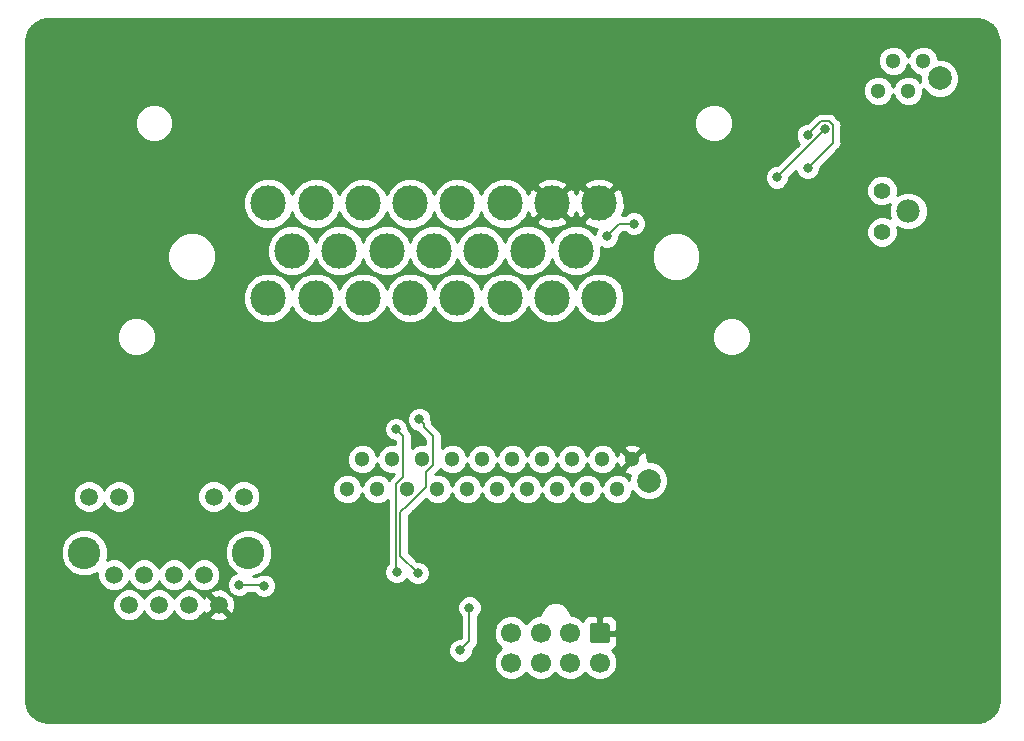
<source format=gbl>
G04 #@! TF.GenerationSoftware,KiCad,Pcbnew,5.0.2-bee76a0~70~ubuntu18.04.1*
G04 #@! TF.CreationDate,2019-02-09T12:58:29-05:00*
G04 #@! TF.ProjectId,interface,696e7465-7266-4616-9365-2e6b69636164,rev?*
G04 #@! TF.SameCoordinates,Original*
G04 #@! TF.FileFunction,Copper,L2,Bot*
G04 #@! TF.FilePolarity,Positive*
%FSLAX46Y46*%
G04 Gerber Fmt 4.6, Leading zero omitted, Abs format (unit mm)*
G04 Created by KiCad (PCBNEW 5.0.2-bee76a0~70~ubuntu18.04.1) date Sat 09 Feb 2019 12:58:29 PM EST*
%MOMM*%
%LPD*%
G01*
G04 APERTURE LIST*
G04 #@! TA.AperFunction,ComponentPad*
%ADD10C,2.750000*%
G04 #@! TD*
G04 #@! TA.AperFunction,ComponentPad*
%ADD11C,1.500000*%
G04 #@! TD*
G04 #@! TA.AperFunction,ComponentPad*
%ADD12C,1.981000*%
G04 #@! TD*
G04 #@! TA.AperFunction,ComponentPad*
%ADD13C,1.397000*%
G04 #@! TD*
G04 #@! TA.AperFunction,ComponentPad*
%ADD14C,1.700000*%
G04 #@! TD*
G04 #@! TA.AperFunction,Conductor*
%ADD15C,0.076200*%
G04 #@! TD*
G04 #@! TA.AperFunction,ComponentPad*
%ADD16C,3.000000*%
G04 #@! TD*
G04 #@! TA.AperFunction,ComponentPad*
%ADD17C,2.000000*%
G04 #@! TD*
G04 #@! TA.AperFunction,ComponentPad*
%ADD18C,1.300000*%
G04 #@! TD*
G04 #@! TA.AperFunction,ViaPad*
%ADD19C,0.800000*%
G04 #@! TD*
G04 #@! TA.AperFunction,Conductor*
%ADD20C,0.152400*%
G04 #@! TD*
G04 #@! TA.AperFunction,Conductor*
%ADD21C,0.254000*%
G04 #@! TD*
G04 APERTURE END LIST*
D10*
G04 #@! TO.P,U1,14*
G04 #@! TO.N,Net-(U1-Pad14)*
X33166000Y-112954000D03*
G04 #@! TO.P,U1,13*
G04 #@! TO.N,Net-(U1-Pad13)*
X19266000Y-112954000D03*
D11*
G04 #@! TO.P,U1,8*
G04 #@! TO.N,/GND*
X30656000Y-117374000D03*
G04 #@! TO.P,U1,6*
G04 #@! TO.N,/MOSI*
X28116000Y-117374000D03*
G04 #@! TO.P,U1,4*
G04 #@! TO.N,/SCK*
X25576000Y-117374000D03*
G04 #@! TO.P,U1,2*
G04 #@! TO.N,/CANH*
X23036000Y-117374000D03*
G04 #@! TO.P,U1,7*
G04 #@! TO.N,Net-(U1-Pad7)*
X29386000Y-114834000D03*
G04 #@! TO.P,U1,5*
G04 #@! TO.N,/MISO*
X26846000Y-114834000D03*
G04 #@! TO.P,U1,3*
G04 #@! TO.N,/RESET*
X24306000Y-114834000D03*
G04 #@! TO.P,U1,1*
G04 #@! TO.N,/CANL*
X21766000Y-114834000D03*
G04 #@! TO.P,U1,10*
G04 #@! TO.N,/LED1*
X30226000Y-108204000D03*
G04 #@! TO.P,U1,9*
G04 #@! TO.N,Net-(U1-Pad9)*
X32766000Y-108204000D03*
G04 #@! TO.P,U1,11*
G04 #@! TO.N,Net-(U1-Pad11)*
X22206000Y-108204000D03*
G04 #@! TO.P,U1,12*
G04 #@! TO.N,/LED2*
X19666000Y-108204000D03*
G04 #@! TD*
D12*
G04 #@! TO.P,J1,*
G04 #@! TO.N,*
X89034500Y-84046000D03*
D13*
G04 #@! TO.P,J1,1*
G04 #@! TO.N,/ESTOP->HVD*
X86804500Y-85796000D03*
G04 #@! TO.P,J1,2*
G04 #@! TO.N,/BOTS->ESTOP*
X86804500Y-82296000D03*
G04 #@! TD*
D14*
G04 #@! TO.P,J2,8*
G04 #@! TO.N,Net-(J2-Pad8)*
X55412000Y-122261000D03*
G04 #@! TO.P,J2,7*
G04 #@! TO.N,/Drive_Select-*
X57912000Y-122261000D03*
G04 #@! TO.P,J2,6*
G04 #@! TO.N,/Drive_Select_Sense*
X60412000Y-122261000D03*
G04 #@! TO.P,J2,5*
G04 #@! TO.N,/Drive_Select+*
X62912000Y-122261000D03*
G04 #@! TO.P,J2,4*
G04 #@! TO.N,/SCL*
X55412000Y-119761000D03*
G04 #@! TO.P,J2,3*
G04 #@! TO.N,/SDA*
X57912000Y-119761000D03*
G04 #@! TO.P,J2,2*
G04 #@! TO.N,/5V*
X60412000Y-119761000D03*
D15*
G04 #@! TD*
G04 #@! TO.N,/GND*
G04 #@! TO.C,J2*
G36*
X63536504Y-118912204D02*
X63560773Y-118915804D01*
X63584571Y-118921765D01*
X63607671Y-118930030D01*
X63629849Y-118940520D01*
X63650893Y-118953133D01*
X63670598Y-118967747D01*
X63688777Y-118984223D01*
X63705253Y-119002402D01*
X63719867Y-119022107D01*
X63732480Y-119043151D01*
X63742970Y-119065329D01*
X63751235Y-119088429D01*
X63757196Y-119112227D01*
X63760796Y-119136496D01*
X63762000Y-119161000D01*
X63762000Y-120361000D01*
X63760796Y-120385504D01*
X63757196Y-120409773D01*
X63751235Y-120433571D01*
X63742970Y-120456671D01*
X63732480Y-120478849D01*
X63719867Y-120499893D01*
X63705253Y-120519598D01*
X63688777Y-120537777D01*
X63670598Y-120554253D01*
X63650893Y-120568867D01*
X63629849Y-120581480D01*
X63607671Y-120591970D01*
X63584571Y-120600235D01*
X63560773Y-120606196D01*
X63536504Y-120609796D01*
X63512000Y-120611000D01*
X62312000Y-120611000D01*
X62287496Y-120609796D01*
X62263227Y-120606196D01*
X62239429Y-120600235D01*
X62216329Y-120591970D01*
X62194151Y-120581480D01*
X62173107Y-120568867D01*
X62153402Y-120554253D01*
X62135223Y-120537777D01*
X62118747Y-120519598D01*
X62104133Y-120499893D01*
X62091520Y-120478849D01*
X62081030Y-120456671D01*
X62072765Y-120433571D01*
X62066804Y-120409773D01*
X62063204Y-120385504D01*
X62062000Y-120361000D01*
X62062000Y-119161000D01*
X62063204Y-119136496D01*
X62066804Y-119112227D01*
X62072765Y-119088429D01*
X62081030Y-119065329D01*
X62091520Y-119043151D01*
X62104133Y-119022107D01*
X62118747Y-119002402D01*
X62135223Y-118984223D01*
X62153402Y-118967747D01*
X62173107Y-118953133D01*
X62194151Y-118940520D01*
X62216329Y-118930030D01*
X62239429Y-118921765D01*
X62263227Y-118915804D01*
X62287496Y-118912204D01*
X62312000Y-118911000D01*
X63512000Y-118911000D01*
X63536504Y-118912204D01*
X63536504Y-118912204D01*
G37*
D14*
G04 #@! TO.P,J2,1*
G04 #@! TO.N,/GND*
X62912000Y-119761000D03*
G04 #@! TD*
D16*
G04 #@! TO.P,J3,1*
G04 #@! TO.N,/GND*
X62863500Y-83376500D03*
G04 #@! TO.P,J3,9*
G04 #@! TO.N,/CANH*
X60863500Y-87376500D03*
G04 #@! TO.P,J3,16*
G04 #@! TO.N,/CANL*
X62863500Y-91376500D03*
G04 #@! TO.P,J3,2*
G04 #@! TO.N,/GND*
X58863500Y-83376500D03*
G04 #@! TO.P,J3,3*
G04 #@! TO.N,/12V*
X54863500Y-83376500D03*
G04 #@! TO.P,J3,5*
G04 #@! TO.N,/ESTOP->HVD*
X46863500Y-83376500D03*
G04 #@! TO.P,J3,4*
G04 #@! TO.N,/12V*
X50863500Y-83376500D03*
G04 #@! TO.P,J3,6*
G04 #@! TO.N,/BOTS->ESTOP*
X42863500Y-83376500D03*
G04 #@! TO.P,J3,7*
G04 #@! TO.N,/IS->BOTS*
X38863500Y-83376500D03*
G04 #@! TO.P,J3,8*
X34863500Y-83376500D03*
G04 #@! TO.P,J3,15*
G04 #@! TO.N,/BSPD->IS*
X36863500Y-87376500D03*
G04 #@! TO.P,J3,14*
X40863500Y-87376500D03*
G04 #@! TO.P,J3,12*
G04 #@! TO.N,/SCL*
X48863500Y-87376500D03*
G04 #@! TO.P,J3,13*
G04 #@! TO.N,/SDA*
X44863500Y-87376500D03*
G04 #@! TO.P,J3,11*
G04 #@! TO.N,/RTD_LSD_GND*
X52863500Y-87376500D03*
G04 #@! TO.P,J3,10*
G04 #@! TO.N,/CANH*
X56863500Y-87376500D03*
G04 #@! TO.P,J3,22*
G04 #@! TO.N,/Throttle2_Sense*
X38863500Y-91376500D03*
G04 #@! TO.P,J3,21*
G04 #@! TO.N,/Throttle2+*
X42863500Y-91376500D03*
G04 #@! TO.P,J3,20*
G04 #@! TO.N,/Throttle1-*
X46863500Y-91376500D03*
G04 #@! TO.P,J3,19*
G04 #@! TO.N,/Throttle1_Sense*
X50863500Y-91376500D03*
G04 #@! TO.P,J3,18*
G04 #@! TO.N,/Throttle1+*
X54863500Y-91376500D03*
G04 #@! TO.P,J3,17*
G04 #@! TO.N,/CANL*
X58863500Y-91376500D03*
G04 #@! TO.P,J3,23*
G04 #@! TO.N,/Throttle2-*
X34863500Y-91376500D03*
G04 #@! TD*
D17*
G04 #@! TO.P,J4,5*
G04 #@! TO.N,N/C*
X91697000Y-72810500D03*
D18*
G04 #@! TO.P,J4,4*
G04 #@! TO.N,/RTD_LSD_GND*
X86487000Y-73850500D03*
G04 #@! TO.P,J4,2*
G04 #@! TO.N,/IS->BOTS*
X89027000Y-73850500D03*
G04 #@! TO.P,J4,1*
G04 #@! TO.N,/BOTS->ESTOP*
X90297000Y-71310500D03*
G04 #@! TO.P,J4,3*
G04 #@! TO.N,/ESTOP->HVD*
X87757000Y-71310500D03*
G04 #@! TD*
G04 #@! TO.P,J5,5*
G04 #@! TO.N,/Drive_Select-*
X60579000Y-105048500D03*
G04 #@! TO.P,J5,3*
G04 #@! TO.N,/Drive_Select+*
X63119000Y-105048500D03*
G04 #@! TO.P,J5,1*
G04 #@! TO.N,/GND*
X65659000Y-105048500D03*
G04 #@! TO.P,J5,7*
G04 #@! TO.N,/MOSI*
X58039000Y-105048500D03*
G04 #@! TO.P,J5,2*
G04 #@! TO.N,/12V*
X64389000Y-107588500D03*
G04 #@! TO.P,J5,4*
G04 #@! TO.N,/Drive_Select_Sense*
X61849000Y-107588500D03*
G04 #@! TO.P,J5,6*
G04 #@! TO.N,/5V*
X59309000Y-107588500D03*
G04 #@! TO.P,J5,8*
G04 #@! TO.N,/MISO*
X56769000Y-107588500D03*
G04 #@! TO.P,J5,9*
G04 #@! TO.N,/SCK*
X55499000Y-105048500D03*
G04 #@! TO.P,J5,10*
G04 #@! TO.N,/RESET*
X54229000Y-107588500D03*
G04 #@! TO.P,J5,11*
G04 #@! TO.N,/CANH*
X52959000Y-105048500D03*
G04 #@! TO.P,J5,12*
G04 #@! TO.N,/CANL*
X51689000Y-107588500D03*
G04 #@! TO.P,J5,13*
G04 #@! TO.N,/Throttle1+*
X50419000Y-105048500D03*
G04 #@! TO.P,J5,14*
G04 #@! TO.N,/Throttle1_Sense*
X49149000Y-107588500D03*
G04 #@! TO.P,J5,15*
G04 #@! TO.N,/Throttle1-*
X47879000Y-105048500D03*
G04 #@! TO.P,J5,16*
G04 #@! TO.N,/Throttle2+*
X46609000Y-107588500D03*
G04 #@! TO.P,J5,17*
G04 #@! TO.N,/Throttle2_Sense*
X45339000Y-105048500D03*
G04 #@! TO.P,J5,18*
G04 #@! TO.N,/Throttle2-*
X44069000Y-107588500D03*
G04 #@! TO.P,J5,19*
G04 #@! TO.N,/LED1*
X42799000Y-105048500D03*
G04 #@! TO.P,J5,20*
G04 #@! TO.N,/LED2*
X41529000Y-107588500D03*
D17*
G04 #@! TO.P,J5,21*
G04 #@! TO.N,N/C*
X67059000Y-106848500D03*
G04 #@! TD*
D19*
G04 #@! TO.N,/ESTOP->HVD*
X80518000Y-80391000D03*
X80527937Y-77606937D03*
G04 #@! TO.N,/SDA*
X45656500Y-102489000D03*
X45720000Y-114591339D03*
G04 #@! TO.N,/SCL*
X47625000Y-101663500D03*
X47498000Y-114681000D03*
G04 #@! TO.N,/Drive_Select-*
X51117500Y-121221500D03*
X51879500Y-117602000D03*
G04 #@! TO.N,/RTD_LSD_GND*
X65786000Y-85090000D03*
X63500000Y-86169500D03*
X77909667Y-81181500D03*
X81978500Y-77089000D03*
G04 #@! TO.N,/MISO*
X32385000Y-115671599D03*
X34480500Y-115760500D03*
G04 #@! TD*
D20*
G04 #@! TO.N,/ESTOP->HVD*
X82654701Y-78254299D02*
X82654701Y-76764423D01*
X80518000Y-80391000D02*
X82654701Y-78254299D01*
X82654701Y-76764423D02*
X82303077Y-76412799D01*
X81653923Y-76412799D02*
X80527937Y-77538785D01*
X82303077Y-76412799D02*
X81653923Y-76412799D01*
X80527937Y-77538785D02*
X80527937Y-77606937D01*
G04 #@! TO.N,/SDA*
X45682799Y-114554138D02*
X45720000Y-114591339D01*
X45682799Y-107143923D02*
X45682799Y-114554138D01*
X46265201Y-106561521D02*
X45682799Y-107143923D01*
X45656500Y-102489000D02*
X46265201Y-103097701D01*
X46265201Y-103097701D02*
X46265201Y-106561521D01*
G04 #@! TO.N,/SCL*
X46035209Y-113218209D02*
X47498000Y-114681000D01*
X46035209Y-109539791D02*
X46035209Y-113218209D01*
X46665778Y-108909222D02*
X46035209Y-109539791D01*
X47625000Y-101663500D02*
X48024999Y-102063499D01*
X48805201Y-103097701D02*
X48805201Y-105493077D01*
X46665778Y-108902500D02*
X46665778Y-108909222D01*
X48024999Y-102063499D02*
X48024999Y-102317499D01*
X48805201Y-105493077D02*
X48196500Y-106101778D01*
X48196500Y-107371778D02*
X46665778Y-108902500D01*
X48024999Y-102317499D02*
X48805201Y-103097701D01*
X48196500Y-106101778D02*
X48196500Y-107371778D01*
G04 #@! TO.N,/Drive_Select-*
X51117500Y-121221500D02*
X51879500Y-120459500D01*
X51879500Y-120459500D02*
X51879500Y-117602000D01*
G04 #@! TO.N,/RTD_LSD_GND*
X65786000Y-85090000D02*
X64579500Y-85090000D01*
X64579500Y-85090000D02*
X63500000Y-86169500D01*
X77909667Y-81181500D02*
X81978500Y-77112667D01*
X81978500Y-77112667D02*
X81978500Y-77089000D01*
G04 #@! TO.N,/MISO*
X32385000Y-115671599D02*
X34391599Y-115671599D01*
X34391599Y-115671599D02*
X34480500Y-115760500D01*
G04 #@! TD*
D21*
G04 #@! TO.N,/GND*
G36*
X95316431Y-67853365D02*
X95735750Y-68019385D01*
X96100610Y-68284471D01*
X96388079Y-68631963D01*
X96580102Y-69040031D01*
X96671168Y-69517417D01*
X96674001Y-69607568D01*
X96674000Y-125429759D01*
X96611635Y-125923430D01*
X96445613Y-126342753D01*
X96180529Y-126707609D01*
X95833037Y-126995079D01*
X95424968Y-127187102D01*
X94947583Y-127278168D01*
X94857465Y-127281000D01*
X16175241Y-127281000D01*
X15681570Y-127218635D01*
X15262247Y-127052613D01*
X14897391Y-126787529D01*
X14609921Y-126440037D01*
X14417898Y-126031968D01*
X14326832Y-125554583D01*
X14324000Y-125464465D01*
X14324000Y-121015626D01*
X50082500Y-121015626D01*
X50082500Y-121427374D01*
X50240069Y-121807780D01*
X50531220Y-122098931D01*
X50911626Y-122256500D01*
X51323374Y-122256500D01*
X51703780Y-122098931D01*
X51994931Y-121807780D01*
X52152500Y-121427374D01*
X52152500Y-121192289D01*
X52332869Y-121011920D01*
X52392245Y-120972246D01*
X52431920Y-120912869D01*
X52431924Y-120912865D01*
X52549435Y-120736997D01*
X52549436Y-120736996D01*
X52590700Y-120529546D01*
X52590700Y-120529542D01*
X52604632Y-120459500D01*
X52590700Y-120389458D01*
X52590700Y-119465615D01*
X53927000Y-119465615D01*
X53927000Y-120056385D01*
X54153078Y-120602185D01*
X54561893Y-121011000D01*
X54153078Y-121419815D01*
X53927000Y-121965615D01*
X53927000Y-122556385D01*
X54153078Y-123102185D01*
X54570815Y-123519922D01*
X55116615Y-123746000D01*
X55707385Y-123746000D01*
X56253185Y-123519922D01*
X56662000Y-123111107D01*
X57070815Y-123519922D01*
X57616615Y-123746000D01*
X58207385Y-123746000D01*
X58753185Y-123519922D01*
X59162000Y-123111107D01*
X59570815Y-123519922D01*
X60116615Y-123746000D01*
X60707385Y-123746000D01*
X61253185Y-123519922D01*
X61662000Y-123111107D01*
X62070815Y-123519922D01*
X62616615Y-123746000D01*
X63207385Y-123746000D01*
X63753185Y-123519922D01*
X64170922Y-123102185D01*
X64397000Y-122556385D01*
X64397000Y-121965615D01*
X64170922Y-121419815D01*
X63965241Y-121214134D01*
X64121699Y-121149327D01*
X64300327Y-120970698D01*
X64397000Y-120737309D01*
X64397000Y-120046750D01*
X64238250Y-119888000D01*
X63039000Y-119888000D01*
X63039000Y-119908000D01*
X62785000Y-119908000D01*
X62785000Y-119888000D01*
X62765000Y-119888000D01*
X62765000Y-119634000D01*
X62785000Y-119634000D01*
X62785000Y-118434750D01*
X63039000Y-118434750D01*
X63039000Y-119634000D01*
X64238250Y-119634000D01*
X64397000Y-119475250D01*
X64397000Y-118784691D01*
X64300327Y-118551302D01*
X64121699Y-118372673D01*
X63888310Y-118276000D01*
X63197750Y-118276000D01*
X63039000Y-118434750D01*
X62785000Y-118434750D01*
X62626250Y-118276000D01*
X61935690Y-118276000D01*
X61702301Y-118372673D01*
X61523673Y-118551302D01*
X61458866Y-118707759D01*
X61253185Y-118502078D01*
X60707385Y-118276000D01*
X60447000Y-118276000D01*
X60447000Y-118165398D01*
X60251371Y-117693106D01*
X59889894Y-117331629D01*
X59417602Y-117136000D01*
X58906398Y-117136000D01*
X58434106Y-117331629D01*
X58072629Y-117693106D01*
X57877000Y-118165398D01*
X57877000Y-118276000D01*
X57616615Y-118276000D01*
X57070815Y-118502078D01*
X56662000Y-118910893D01*
X56253185Y-118502078D01*
X55707385Y-118276000D01*
X55116615Y-118276000D01*
X54570815Y-118502078D01*
X54153078Y-118919815D01*
X53927000Y-119465615D01*
X52590700Y-119465615D01*
X52590700Y-118354511D01*
X52756931Y-118188280D01*
X52914500Y-117807874D01*
X52914500Y-117396126D01*
X52756931Y-117015720D01*
X52465780Y-116724569D01*
X52085374Y-116567000D01*
X51673626Y-116567000D01*
X51293220Y-116724569D01*
X51002069Y-117015720D01*
X50844500Y-117396126D01*
X50844500Y-117807874D01*
X51002069Y-118188280D01*
X51168301Y-118354512D01*
X51168300Y-120164911D01*
X51146711Y-120186500D01*
X50911626Y-120186500D01*
X50531220Y-120344069D01*
X50240069Y-120635220D01*
X50082500Y-121015626D01*
X14324000Y-121015626D01*
X14324000Y-117098506D01*
X21651000Y-117098506D01*
X21651000Y-117649494D01*
X21861853Y-118158540D01*
X22251460Y-118548147D01*
X22760506Y-118759000D01*
X23311494Y-118759000D01*
X23820540Y-118548147D01*
X24210147Y-118158540D01*
X24306000Y-117927130D01*
X24401853Y-118158540D01*
X24791460Y-118548147D01*
X25300506Y-118759000D01*
X25851494Y-118759000D01*
X26360540Y-118548147D01*
X26750147Y-118158540D01*
X26846000Y-117927130D01*
X26941853Y-118158540D01*
X27331460Y-118548147D01*
X27840506Y-118759000D01*
X28391494Y-118759000D01*
X28900540Y-118548147D01*
X29103170Y-118345517D01*
X29864088Y-118345517D01*
X29932077Y-118586460D01*
X30451171Y-118771201D01*
X31001448Y-118743230D01*
X31379923Y-118586460D01*
X31447912Y-118345517D01*
X30656000Y-117553605D01*
X29864088Y-118345517D01*
X29103170Y-118345517D01*
X29290147Y-118158540D01*
X29379397Y-117943070D01*
X29443540Y-118097923D01*
X29684483Y-118165912D01*
X30476395Y-117374000D01*
X29684483Y-116582088D01*
X29443540Y-116650077D01*
X29384255Y-116816658D01*
X29290147Y-116589460D01*
X29103170Y-116402483D01*
X29864088Y-116402483D01*
X30656000Y-117194395D01*
X30670143Y-117180253D01*
X30849748Y-117359858D01*
X30835605Y-117374000D01*
X31627517Y-118165912D01*
X31868460Y-118097923D01*
X32053201Y-117578829D01*
X32025230Y-117028552D01*
X31868460Y-116650077D01*
X31627519Y-116582089D01*
X31729649Y-116479959D01*
X31798720Y-116549030D01*
X32179126Y-116706599D01*
X32590874Y-116706599D01*
X32971280Y-116549030D01*
X33137511Y-116382799D01*
X33639088Y-116382799D01*
X33894220Y-116637931D01*
X34274626Y-116795500D01*
X34686374Y-116795500D01*
X35066780Y-116637931D01*
X35357931Y-116346780D01*
X35515500Y-115966374D01*
X35515500Y-115554626D01*
X35357931Y-115174220D01*
X35066780Y-114883069D01*
X34686374Y-114725500D01*
X34274626Y-114725500D01*
X33894220Y-114883069D01*
X33816890Y-114960399D01*
X33574508Y-114960399D01*
X34304573Y-114657996D01*
X34869996Y-114092573D01*
X35176000Y-113353814D01*
X35176000Y-112554186D01*
X34869996Y-111815427D01*
X34304573Y-111250004D01*
X33565814Y-110944000D01*
X32766186Y-110944000D01*
X32027427Y-111250004D01*
X31462004Y-111815427D01*
X31156000Y-112554186D01*
X31156000Y-113353814D01*
X31462004Y-114092573D01*
X32027427Y-114657996D01*
X32077448Y-114678715D01*
X31798720Y-114794168D01*
X31507569Y-115085319D01*
X31350000Y-115465725D01*
X31350000Y-115877473D01*
X31507569Y-116257879D01*
X31550041Y-116300351D01*
X31447911Y-116402481D01*
X31379923Y-116161540D01*
X30860829Y-115976799D01*
X30310552Y-116004770D01*
X29932077Y-116161540D01*
X29864088Y-116402483D01*
X29103170Y-116402483D01*
X28900540Y-116199853D01*
X28391494Y-115989000D01*
X27840506Y-115989000D01*
X27331460Y-116199853D01*
X26941853Y-116589460D01*
X26846000Y-116820870D01*
X26750147Y-116589460D01*
X26360540Y-116199853D01*
X25851494Y-115989000D01*
X25300506Y-115989000D01*
X24791460Y-116199853D01*
X24401853Y-116589460D01*
X24306000Y-116820870D01*
X24210147Y-116589460D01*
X23820540Y-116199853D01*
X23311494Y-115989000D01*
X22760506Y-115989000D01*
X22251460Y-116199853D01*
X21861853Y-116589460D01*
X21651000Y-117098506D01*
X14324000Y-117098506D01*
X14324000Y-112554186D01*
X17256000Y-112554186D01*
X17256000Y-113353814D01*
X17562004Y-114092573D01*
X18127427Y-114657996D01*
X18866186Y-114964000D01*
X19665814Y-114964000D01*
X20381000Y-114667760D01*
X20381000Y-115109494D01*
X20591853Y-115618540D01*
X20981460Y-116008147D01*
X21490506Y-116219000D01*
X22041494Y-116219000D01*
X22550540Y-116008147D01*
X22940147Y-115618540D01*
X23036000Y-115387130D01*
X23131853Y-115618540D01*
X23521460Y-116008147D01*
X24030506Y-116219000D01*
X24581494Y-116219000D01*
X25090540Y-116008147D01*
X25480147Y-115618540D01*
X25576000Y-115387130D01*
X25671853Y-115618540D01*
X26061460Y-116008147D01*
X26570506Y-116219000D01*
X27121494Y-116219000D01*
X27630540Y-116008147D01*
X28020147Y-115618540D01*
X28116000Y-115387130D01*
X28211853Y-115618540D01*
X28601460Y-116008147D01*
X29110506Y-116219000D01*
X29661494Y-116219000D01*
X30170540Y-116008147D01*
X30560147Y-115618540D01*
X30771000Y-115109494D01*
X30771000Y-114558506D01*
X30560147Y-114049460D01*
X30170540Y-113659853D01*
X29661494Y-113449000D01*
X29110506Y-113449000D01*
X28601460Y-113659853D01*
X28211853Y-114049460D01*
X28116000Y-114280870D01*
X28020147Y-114049460D01*
X27630540Y-113659853D01*
X27121494Y-113449000D01*
X26570506Y-113449000D01*
X26061460Y-113659853D01*
X25671853Y-114049460D01*
X25576000Y-114280870D01*
X25480147Y-114049460D01*
X25090540Y-113659853D01*
X24581494Y-113449000D01*
X24030506Y-113449000D01*
X23521460Y-113659853D01*
X23131853Y-114049460D01*
X23036000Y-114280870D01*
X22940147Y-114049460D01*
X22550540Y-113659853D01*
X22041494Y-113449000D01*
X21490506Y-113449000D01*
X21183982Y-113575966D01*
X21276000Y-113353814D01*
X21276000Y-112554186D01*
X20969996Y-111815427D01*
X20404573Y-111250004D01*
X19665814Y-110944000D01*
X18866186Y-110944000D01*
X18127427Y-111250004D01*
X17562004Y-111815427D01*
X17256000Y-112554186D01*
X14324000Y-112554186D01*
X14324000Y-107928506D01*
X18281000Y-107928506D01*
X18281000Y-108479494D01*
X18491853Y-108988540D01*
X18881460Y-109378147D01*
X19390506Y-109589000D01*
X19941494Y-109589000D01*
X20450540Y-109378147D01*
X20840147Y-108988540D01*
X20936000Y-108757130D01*
X21031853Y-108988540D01*
X21421460Y-109378147D01*
X21930506Y-109589000D01*
X22481494Y-109589000D01*
X22990540Y-109378147D01*
X23380147Y-108988540D01*
X23591000Y-108479494D01*
X23591000Y-107928506D01*
X28841000Y-107928506D01*
X28841000Y-108479494D01*
X29051853Y-108988540D01*
X29441460Y-109378147D01*
X29950506Y-109589000D01*
X30501494Y-109589000D01*
X31010540Y-109378147D01*
X31400147Y-108988540D01*
X31496000Y-108757130D01*
X31591853Y-108988540D01*
X31981460Y-109378147D01*
X32490506Y-109589000D01*
X33041494Y-109589000D01*
X33550540Y-109378147D01*
X33940147Y-108988540D01*
X34151000Y-108479494D01*
X34151000Y-107928506D01*
X33940147Y-107419460D01*
X33853585Y-107332898D01*
X40244000Y-107332898D01*
X40244000Y-107844102D01*
X40439629Y-108316394D01*
X40801106Y-108677871D01*
X41273398Y-108873500D01*
X41784602Y-108873500D01*
X42256894Y-108677871D01*
X42618371Y-108316394D01*
X42799000Y-107880315D01*
X42979629Y-108316394D01*
X43341106Y-108677871D01*
X43813398Y-108873500D01*
X44324602Y-108873500D01*
X44796894Y-108677871D01*
X44971599Y-108503166D01*
X44971600Y-113876028D01*
X44842569Y-114005059D01*
X44685000Y-114385465D01*
X44685000Y-114797213D01*
X44842569Y-115177619D01*
X45133720Y-115468770D01*
X45514126Y-115626339D01*
X45925874Y-115626339D01*
X46306280Y-115468770D01*
X46587531Y-115187519D01*
X46620569Y-115267280D01*
X46911720Y-115558431D01*
X47292126Y-115716000D01*
X47703874Y-115716000D01*
X48084280Y-115558431D01*
X48375431Y-115267280D01*
X48533000Y-114886874D01*
X48533000Y-114475126D01*
X48375431Y-114094720D01*
X48084280Y-113803569D01*
X47703874Y-113646000D01*
X47468789Y-113646000D01*
X46746409Y-112923621D01*
X46746409Y-109834379D01*
X47119147Y-109461642D01*
X47178524Y-109421967D01*
X47218198Y-109362591D01*
X47218202Y-109362587D01*
X47231740Y-109342326D01*
X48158651Y-108415416D01*
X48421106Y-108677871D01*
X48893398Y-108873500D01*
X49404602Y-108873500D01*
X49876894Y-108677871D01*
X50238371Y-108316394D01*
X50419000Y-107880315D01*
X50599629Y-108316394D01*
X50961106Y-108677871D01*
X51433398Y-108873500D01*
X51944602Y-108873500D01*
X52416894Y-108677871D01*
X52778371Y-108316394D01*
X52959000Y-107880315D01*
X53139629Y-108316394D01*
X53501106Y-108677871D01*
X53973398Y-108873500D01*
X54484602Y-108873500D01*
X54956894Y-108677871D01*
X55318371Y-108316394D01*
X55499000Y-107880315D01*
X55679629Y-108316394D01*
X56041106Y-108677871D01*
X56513398Y-108873500D01*
X57024602Y-108873500D01*
X57496894Y-108677871D01*
X57858371Y-108316394D01*
X58039000Y-107880315D01*
X58219629Y-108316394D01*
X58581106Y-108677871D01*
X59053398Y-108873500D01*
X59564602Y-108873500D01*
X60036894Y-108677871D01*
X60398371Y-108316394D01*
X60579000Y-107880315D01*
X60759629Y-108316394D01*
X61121106Y-108677871D01*
X61593398Y-108873500D01*
X62104602Y-108873500D01*
X62576894Y-108677871D01*
X62938371Y-108316394D01*
X63119000Y-107880315D01*
X63299629Y-108316394D01*
X63661106Y-108677871D01*
X64133398Y-108873500D01*
X64644602Y-108873500D01*
X65116894Y-108677871D01*
X65478371Y-108316394D01*
X65674000Y-107844102D01*
X65674000Y-107775739D01*
X66132847Y-108234586D01*
X66733778Y-108483500D01*
X67384222Y-108483500D01*
X67985153Y-108234586D01*
X68445086Y-107774653D01*
X68694000Y-107173722D01*
X68694000Y-106523278D01*
X68445086Y-105922347D01*
X67985153Y-105462414D01*
X67384222Y-105213500D01*
X66955700Y-105213500D01*
X66927083Y-104719072D01*
X66788611Y-104384771D01*
X66558016Y-104329090D01*
X65838605Y-105048500D01*
X65852748Y-105062643D01*
X65673143Y-105242248D01*
X65659000Y-105228105D01*
X64939590Y-105947516D01*
X64995271Y-106178111D01*
X65478078Y-106346122D01*
X65497855Y-106344977D01*
X65424000Y-106523278D01*
X65424000Y-106806235D01*
X65116894Y-106499129D01*
X64644602Y-106303500D01*
X64133398Y-106303500D01*
X63661106Y-106499129D01*
X63299629Y-106860606D01*
X63119000Y-107296685D01*
X62938371Y-106860606D01*
X62576894Y-106499129D01*
X62104602Y-106303500D01*
X61593398Y-106303500D01*
X61121106Y-106499129D01*
X60759629Y-106860606D01*
X60579000Y-107296685D01*
X60398371Y-106860606D01*
X60036894Y-106499129D01*
X59564602Y-106303500D01*
X59053398Y-106303500D01*
X58581106Y-106499129D01*
X58219629Y-106860606D01*
X58039000Y-107296685D01*
X57858371Y-106860606D01*
X57496894Y-106499129D01*
X57024602Y-106303500D01*
X56513398Y-106303500D01*
X56041106Y-106499129D01*
X55679629Y-106860606D01*
X55499000Y-107296685D01*
X55318371Y-106860606D01*
X54956894Y-106499129D01*
X54484602Y-106303500D01*
X53973398Y-106303500D01*
X53501106Y-106499129D01*
X53139629Y-106860606D01*
X52959000Y-107296685D01*
X52778371Y-106860606D01*
X52416894Y-106499129D01*
X51944602Y-106303500D01*
X51433398Y-106303500D01*
X50961106Y-106499129D01*
X50599629Y-106860606D01*
X50419000Y-107296685D01*
X50238371Y-106860606D01*
X49876894Y-106499129D01*
X49404602Y-106303500D01*
X49000566Y-106303500D01*
X49258568Y-106045499D01*
X49317947Y-106005823D01*
X49357623Y-105946444D01*
X49357625Y-105946442D01*
X49414523Y-105861288D01*
X49691106Y-106137871D01*
X50163398Y-106333500D01*
X50674602Y-106333500D01*
X51146894Y-106137871D01*
X51508371Y-105776394D01*
X51689000Y-105340315D01*
X51869629Y-105776394D01*
X52231106Y-106137871D01*
X52703398Y-106333500D01*
X53214602Y-106333500D01*
X53686894Y-106137871D01*
X54048371Y-105776394D01*
X54229000Y-105340315D01*
X54409629Y-105776394D01*
X54771106Y-106137871D01*
X55243398Y-106333500D01*
X55754602Y-106333500D01*
X56226894Y-106137871D01*
X56588371Y-105776394D01*
X56769000Y-105340315D01*
X56949629Y-105776394D01*
X57311106Y-106137871D01*
X57783398Y-106333500D01*
X58294602Y-106333500D01*
X58766894Y-106137871D01*
X59128371Y-105776394D01*
X59309000Y-105340315D01*
X59489629Y-105776394D01*
X59851106Y-106137871D01*
X60323398Y-106333500D01*
X60834602Y-106333500D01*
X61306894Y-106137871D01*
X61668371Y-105776394D01*
X61849000Y-105340315D01*
X62029629Y-105776394D01*
X62391106Y-106137871D01*
X62863398Y-106333500D01*
X63374602Y-106333500D01*
X63846894Y-106137871D01*
X64208371Y-105776394D01*
X64388772Y-105340866D01*
X64390917Y-105377928D01*
X64529389Y-105712229D01*
X64759984Y-105767910D01*
X65479395Y-105048500D01*
X64759984Y-104329090D01*
X64529389Y-104384771D01*
X64394960Y-104771074D01*
X64208371Y-104320606D01*
X64037249Y-104149484D01*
X64939590Y-104149484D01*
X65659000Y-104868895D01*
X66378410Y-104149484D01*
X66322729Y-103918889D01*
X65839922Y-103750878D01*
X65329572Y-103780417D01*
X64995271Y-103918889D01*
X64939590Y-104149484D01*
X64037249Y-104149484D01*
X63846894Y-103959129D01*
X63374602Y-103763500D01*
X62863398Y-103763500D01*
X62391106Y-103959129D01*
X62029629Y-104320606D01*
X61849000Y-104756685D01*
X61668371Y-104320606D01*
X61306894Y-103959129D01*
X60834602Y-103763500D01*
X60323398Y-103763500D01*
X59851106Y-103959129D01*
X59489629Y-104320606D01*
X59309000Y-104756685D01*
X59128371Y-104320606D01*
X58766894Y-103959129D01*
X58294602Y-103763500D01*
X57783398Y-103763500D01*
X57311106Y-103959129D01*
X56949629Y-104320606D01*
X56769000Y-104756685D01*
X56588371Y-104320606D01*
X56226894Y-103959129D01*
X55754602Y-103763500D01*
X55243398Y-103763500D01*
X54771106Y-103959129D01*
X54409629Y-104320606D01*
X54229000Y-104756685D01*
X54048371Y-104320606D01*
X53686894Y-103959129D01*
X53214602Y-103763500D01*
X52703398Y-103763500D01*
X52231106Y-103959129D01*
X51869629Y-104320606D01*
X51689000Y-104756685D01*
X51508371Y-104320606D01*
X51146894Y-103959129D01*
X50674602Y-103763500D01*
X50163398Y-103763500D01*
X49691106Y-103959129D01*
X49516401Y-104133834D01*
X49516401Y-103167742D01*
X49530333Y-103097700D01*
X49516401Y-103027656D01*
X49516401Y-103027655D01*
X49475137Y-102820205D01*
X49454040Y-102788631D01*
X49357625Y-102644336D01*
X49357621Y-102644332D01*
X49317946Y-102584955D01*
X49258570Y-102545281D01*
X48743512Y-102030224D01*
X48736199Y-101993457D01*
X48736199Y-101993453D01*
X48694935Y-101786003D01*
X48660000Y-101733720D01*
X48660000Y-101457626D01*
X48502431Y-101077220D01*
X48211280Y-100786069D01*
X47830874Y-100628500D01*
X47419126Y-100628500D01*
X47038720Y-100786069D01*
X46747569Y-101077220D01*
X46590000Y-101457626D01*
X46590000Y-101869374D01*
X46747569Y-102249780D01*
X47038720Y-102540931D01*
X47419126Y-102698500D01*
X47424224Y-102698500D01*
X47472575Y-102770863D01*
X47472577Y-102770865D01*
X47512254Y-102830245D01*
X47571633Y-102869921D01*
X48094001Y-103392290D01*
X48094001Y-103763500D01*
X47623398Y-103763500D01*
X47151106Y-103959129D01*
X46976401Y-104133834D01*
X46976401Y-103167742D01*
X46990333Y-103097700D01*
X46976401Y-103027656D01*
X46976401Y-103027655D01*
X46935137Y-102820205D01*
X46914040Y-102788631D01*
X46817625Y-102644336D01*
X46817621Y-102644332D01*
X46777946Y-102584955D01*
X46718570Y-102545281D01*
X46691500Y-102518211D01*
X46691500Y-102283126D01*
X46533931Y-101902720D01*
X46242780Y-101611569D01*
X45862374Y-101454000D01*
X45450626Y-101454000D01*
X45070220Y-101611569D01*
X44779069Y-101902720D01*
X44621500Y-102283126D01*
X44621500Y-102694874D01*
X44779069Y-103075280D01*
X45070220Y-103366431D01*
X45450626Y-103524000D01*
X45554001Y-103524000D01*
X45554001Y-103763500D01*
X45083398Y-103763500D01*
X44611106Y-103959129D01*
X44249629Y-104320606D01*
X44069000Y-104756685D01*
X43888371Y-104320606D01*
X43526894Y-103959129D01*
X43054602Y-103763500D01*
X42543398Y-103763500D01*
X42071106Y-103959129D01*
X41709629Y-104320606D01*
X41514000Y-104792898D01*
X41514000Y-105304102D01*
X41709629Y-105776394D01*
X42071106Y-106137871D01*
X42543398Y-106333500D01*
X43054602Y-106333500D01*
X43526894Y-106137871D01*
X43888371Y-105776394D01*
X44069000Y-105340315D01*
X44249629Y-105776394D01*
X44611106Y-106137871D01*
X45083398Y-106333500D01*
X45487433Y-106333500D01*
X45229432Y-106591501D01*
X45170053Y-106631178D01*
X45130377Y-106690557D01*
X45130375Y-106690559D01*
X45076150Y-106771713D01*
X45073478Y-106775713D01*
X44796894Y-106499129D01*
X44324602Y-106303500D01*
X43813398Y-106303500D01*
X43341106Y-106499129D01*
X42979629Y-106860606D01*
X42799000Y-107296685D01*
X42618371Y-106860606D01*
X42256894Y-106499129D01*
X41784602Y-106303500D01*
X41273398Y-106303500D01*
X40801106Y-106499129D01*
X40439629Y-106860606D01*
X40244000Y-107332898D01*
X33853585Y-107332898D01*
X33550540Y-107029853D01*
X33041494Y-106819000D01*
X32490506Y-106819000D01*
X31981460Y-107029853D01*
X31591853Y-107419460D01*
X31496000Y-107650870D01*
X31400147Y-107419460D01*
X31010540Y-107029853D01*
X30501494Y-106819000D01*
X29950506Y-106819000D01*
X29441460Y-107029853D01*
X29051853Y-107419460D01*
X28841000Y-107928506D01*
X23591000Y-107928506D01*
X23380147Y-107419460D01*
X22990540Y-107029853D01*
X22481494Y-106819000D01*
X21930506Y-106819000D01*
X21421460Y-107029853D01*
X21031853Y-107419460D01*
X20936000Y-107650870D01*
X20840147Y-107419460D01*
X20450540Y-107029853D01*
X19941494Y-106819000D01*
X19390506Y-106819000D01*
X18881460Y-107029853D01*
X18491853Y-107419460D01*
X18281000Y-107928506D01*
X14324000Y-107928506D01*
X14324000Y-94351278D01*
X22028500Y-94351278D01*
X22028500Y-95001722D01*
X22277414Y-95602653D01*
X22737347Y-96062586D01*
X23338278Y-96311500D01*
X23988722Y-96311500D01*
X24589653Y-96062586D01*
X25049586Y-95602653D01*
X25298500Y-95001722D01*
X25298500Y-94351278D01*
X72428500Y-94351278D01*
X72428500Y-95001722D01*
X72677414Y-95602653D01*
X73137347Y-96062586D01*
X73738278Y-96311500D01*
X74388722Y-96311500D01*
X74989653Y-96062586D01*
X75449586Y-95602653D01*
X75698500Y-95001722D01*
X75698500Y-94351278D01*
X75449586Y-93750347D01*
X74989653Y-93290414D01*
X74388722Y-93041500D01*
X73738278Y-93041500D01*
X73137347Y-93290414D01*
X72677414Y-93750347D01*
X72428500Y-94351278D01*
X25298500Y-94351278D01*
X25049586Y-93750347D01*
X24589653Y-93290414D01*
X23988722Y-93041500D01*
X23338278Y-93041500D01*
X22737347Y-93290414D01*
X22277414Y-93750347D01*
X22028500Y-94351278D01*
X14324000Y-94351278D01*
X14324000Y-90951822D01*
X32728500Y-90951822D01*
X32728500Y-91801178D01*
X33053534Y-92585880D01*
X33654120Y-93186466D01*
X34438822Y-93511500D01*
X35288178Y-93511500D01*
X36072880Y-93186466D01*
X36673466Y-92585880D01*
X36863500Y-92127097D01*
X37053534Y-92585880D01*
X37654120Y-93186466D01*
X38438822Y-93511500D01*
X39288178Y-93511500D01*
X40072880Y-93186466D01*
X40673466Y-92585880D01*
X40863500Y-92127097D01*
X41053534Y-92585880D01*
X41654120Y-93186466D01*
X42438822Y-93511500D01*
X43288178Y-93511500D01*
X44072880Y-93186466D01*
X44673466Y-92585880D01*
X44863500Y-92127097D01*
X45053534Y-92585880D01*
X45654120Y-93186466D01*
X46438822Y-93511500D01*
X47288178Y-93511500D01*
X48072880Y-93186466D01*
X48673466Y-92585880D01*
X48863500Y-92127097D01*
X49053534Y-92585880D01*
X49654120Y-93186466D01*
X50438822Y-93511500D01*
X51288178Y-93511500D01*
X52072880Y-93186466D01*
X52673466Y-92585880D01*
X52863500Y-92127097D01*
X53053534Y-92585880D01*
X53654120Y-93186466D01*
X54438822Y-93511500D01*
X55288178Y-93511500D01*
X56072880Y-93186466D01*
X56673466Y-92585880D01*
X56863500Y-92127097D01*
X57053534Y-92585880D01*
X57654120Y-93186466D01*
X58438822Y-93511500D01*
X59288178Y-93511500D01*
X60072880Y-93186466D01*
X60673466Y-92585880D01*
X60863500Y-92127097D01*
X61053534Y-92585880D01*
X61654120Y-93186466D01*
X62438822Y-93511500D01*
X63288178Y-93511500D01*
X64072880Y-93186466D01*
X64673466Y-92585880D01*
X64998500Y-91801178D01*
X64998500Y-90951822D01*
X64673466Y-90167120D01*
X64072880Y-89566534D01*
X63288178Y-89241500D01*
X62438822Y-89241500D01*
X61654120Y-89566534D01*
X61053534Y-90167120D01*
X60863500Y-90625903D01*
X60673466Y-90167120D01*
X60072880Y-89566534D01*
X59288178Y-89241500D01*
X58438822Y-89241500D01*
X57654120Y-89566534D01*
X57053534Y-90167120D01*
X56863500Y-90625903D01*
X56673466Y-90167120D01*
X56072880Y-89566534D01*
X55288178Y-89241500D01*
X54438822Y-89241500D01*
X53654120Y-89566534D01*
X53053534Y-90167120D01*
X52863500Y-90625903D01*
X52673466Y-90167120D01*
X52072880Y-89566534D01*
X51288178Y-89241500D01*
X50438822Y-89241500D01*
X49654120Y-89566534D01*
X49053534Y-90167120D01*
X48863500Y-90625903D01*
X48673466Y-90167120D01*
X48072880Y-89566534D01*
X47288178Y-89241500D01*
X46438822Y-89241500D01*
X45654120Y-89566534D01*
X45053534Y-90167120D01*
X44863500Y-90625903D01*
X44673466Y-90167120D01*
X44072880Y-89566534D01*
X43288178Y-89241500D01*
X42438822Y-89241500D01*
X41654120Y-89566534D01*
X41053534Y-90167120D01*
X40863500Y-90625903D01*
X40673466Y-90167120D01*
X40072880Y-89566534D01*
X39288178Y-89241500D01*
X38438822Y-89241500D01*
X37654120Y-89566534D01*
X37053534Y-90167120D01*
X36863500Y-90625903D01*
X36673466Y-90167120D01*
X36072880Y-89566534D01*
X35288178Y-89241500D01*
X34438822Y-89241500D01*
X33654120Y-89566534D01*
X33053534Y-90167120D01*
X32728500Y-90951822D01*
X14324000Y-90951822D01*
X14324000Y-87466740D01*
X26303500Y-87466740D01*
X26303500Y-88286260D01*
X26617116Y-89043396D01*
X27196604Y-89622884D01*
X27953740Y-89936500D01*
X28773260Y-89936500D01*
X29530396Y-89622884D01*
X30109884Y-89043396D01*
X30423500Y-88286260D01*
X30423500Y-87466740D01*
X30210214Y-86951822D01*
X34728500Y-86951822D01*
X34728500Y-87801178D01*
X35053534Y-88585880D01*
X35654120Y-89186466D01*
X36438822Y-89511500D01*
X37288178Y-89511500D01*
X38072880Y-89186466D01*
X38673466Y-88585880D01*
X38863500Y-88127097D01*
X39053534Y-88585880D01*
X39654120Y-89186466D01*
X40438822Y-89511500D01*
X41288178Y-89511500D01*
X42072880Y-89186466D01*
X42673466Y-88585880D01*
X42863500Y-88127097D01*
X43053534Y-88585880D01*
X43654120Y-89186466D01*
X44438822Y-89511500D01*
X45288178Y-89511500D01*
X46072880Y-89186466D01*
X46673466Y-88585880D01*
X46863500Y-88127097D01*
X47053534Y-88585880D01*
X47654120Y-89186466D01*
X48438822Y-89511500D01*
X49288178Y-89511500D01*
X50072880Y-89186466D01*
X50673466Y-88585880D01*
X50863500Y-88127097D01*
X51053534Y-88585880D01*
X51654120Y-89186466D01*
X52438822Y-89511500D01*
X53288178Y-89511500D01*
X54072880Y-89186466D01*
X54673466Y-88585880D01*
X54863500Y-88127097D01*
X55053534Y-88585880D01*
X55654120Y-89186466D01*
X56438822Y-89511500D01*
X57288178Y-89511500D01*
X58072880Y-89186466D01*
X58673466Y-88585880D01*
X58863500Y-88127097D01*
X59053534Y-88585880D01*
X59654120Y-89186466D01*
X60438822Y-89511500D01*
X61288178Y-89511500D01*
X62072880Y-89186466D01*
X62673466Y-88585880D01*
X62998500Y-87801178D01*
X62998500Y-87466740D01*
X67303500Y-87466740D01*
X67303500Y-88286260D01*
X67617116Y-89043396D01*
X68196604Y-89622884D01*
X68953740Y-89936500D01*
X69773260Y-89936500D01*
X70530396Y-89622884D01*
X71109884Y-89043396D01*
X71423500Y-88286260D01*
X71423500Y-87466740D01*
X71109884Y-86709604D01*
X70530396Y-86130116D01*
X69773260Y-85816500D01*
X68953740Y-85816500D01*
X68196604Y-86130116D01*
X67617116Y-86709604D01*
X67303500Y-87466740D01*
X62998500Y-87466740D01*
X62998500Y-87082048D01*
X63294126Y-87204500D01*
X63705874Y-87204500D01*
X64086280Y-87046931D01*
X64377431Y-86755780D01*
X64535000Y-86375374D01*
X64535000Y-86140288D01*
X64874089Y-85801200D01*
X65033489Y-85801200D01*
X65199720Y-85967431D01*
X65580126Y-86125000D01*
X65991874Y-86125000D01*
X66372280Y-85967431D01*
X66663431Y-85676280D01*
X66821000Y-85295874D01*
X66821000Y-84884126D01*
X66663431Y-84503720D01*
X66372280Y-84212569D01*
X65991874Y-84055000D01*
X65580126Y-84055000D01*
X65199720Y-84212569D01*
X65033489Y-84378800D01*
X64763774Y-84378800D01*
X65006223Y-83760313D01*
X64989997Y-82911113D01*
X64696239Y-82201918D01*
X64377470Y-82042135D01*
X63043105Y-83376500D01*
X63057248Y-83390643D01*
X62877643Y-83570248D01*
X62863500Y-83556105D01*
X61529135Y-84890470D01*
X61688918Y-85209239D01*
X62479687Y-85519223D01*
X62690596Y-85515193D01*
X62622569Y-85583220D01*
X62466456Y-85960110D01*
X62072880Y-85566534D01*
X61288178Y-85241500D01*
X60438822Y-85241500D01*
X59654120Y-85566534D01*
X59053534Y-86167120D01*
X58863500Y-86625903D01*
X58673466Y-86167120D01*
X58072880Y-85566534D01*
X57288178Y-85241500D01*
X56438822Y-85241500D01*
X55654120Y-85566534D01*
X55053534Y-86167120D01*
X54863500Y-86625903D01*
X54673466Y-86167120D01*
X54072880Y-85566534D01*
X53288178Y-85241500D01*
X52438822Y-85241500D01*
X51654120Y-85566534D01*
X51053534Y-86167120D01*
X50863500Y-86625903D01*
X50673466Y-86167120D01*
X50072880Y-85566534D01*
X49288178Y-85241500D01*
X48438822Y-85241500D01*
X47654120Y-85566534D01*
X47053534Y-86167120D01*
X46863500Y-86625903D01*
X46673466Y-86167120D01*
X46072880Y-85566534D01*
X45288178Y-85241500D01*
X44438822Y-85241500D01*
X43654120Y-85566534D01*
X43053534Y-86167120D01*
X42863500Y-86625903D01*
X42673466Y-86167120D01*
X42072880Y-85566534D01*
X41288178Y-85241500D01*
X40438822Y-85241500D01*
X39654120Y-85566534D01*
X39053534Y-86167120D01*
X38863500Y-86625903D01*
X38673466Y-86167120D01*
X38072880Y-85566534D01*
X37288178Y-85241500D01*
X36438822Y-85241500D01*
X35654120Y-85566534D01*
X35053534Y-86167120D01*
X34728500Y-86951822D01*
X30210214Y-86951822D01*
X30109884Y-86709604D01*
X29530396Y-86130116D01*
X28773260Y-85816500D01*
X27953740Y-85816500D01*
X27196604Y-86130116D01*
X26617116Y-86709604D01*
X26303500Y-87466740D01*
X14324000Y-87466740D01*
X14324000Y-82951822D01*
X32728500Y-82951822D01*
X32728500Y-83801178D01*
X33053534Y-84585880D01*
X33654120Y-85186466D01*
X34438822Y-85511500D01*
X35288178Y-85511500D01*
X36072880Y-85186466D01*
X36673466Y-84585880D01*
X36863500Y-84127097D01*
X37053534Y-84585880D01*
X37654120Y-85186466D01*
X38438822Y-85511500D01*
X39288178Y-85511500D01*
X40072880Y-85186466D01*
X40673466Y-84585880D01*
X40863500Y-84127097D01*
X41053534Y-84585880D01*
X41654120Y-85186466D01*
X42438822Y-85511500D01*
X43288178Y-85511500D01*
X44072880Y-85186466D01*
X44673466Y-84585880D01*
X44863500Y-84127097D01*
X45053534Y-84585880D01*
X45654120Y-85186466D01*
X46438822Y-85511500D01*
X47288178Y-85511500D01*
X48072880Y-85186466D01*
X48673466Y-84585880D01*
X48863500Y-84127097D01*
X49053534Y-84585880D01*
X49654120Y-85186466D01*
X50438822Y-85511500D01*
X51288178Y-85511500D01*
X52072880Y-85186466D01*
X52673466Y-84585880D01*
X52863500Y-84127097D01*
X53053534Y-84585880D01*
X53654120Y-85186466D01*
X54438822Y-85511500D01*
X55288178Y-85511500D01*
X56072880Y-85186466D01*
X56368876Y-84890470D01*
X57529135Y-84890470D01*
X57688918Y-85209239D01*
X58479687Y-85519223D01*
X59328887Y-85502997D01*
X60038082Y-85209239D01*
X60197865Y-84890470D01*
X58863500Y-83556105D01*
X57529135Y-84890470D01*
X56368876Y-84890470D01*
X56673466Y-84585880D01*
X56859320Y-84137188D01*
X57030761Y-84551082D01*
X57349530Y-84710865D01*
X58683895Y-83376500D01*
X59043105Y-83376500D01*
X60377470Y-84710865D01*
X60696239Y-84551082D01*
X60858892Y-84136154D01*
X61030761Y-84551082D01*
X61349530Y-84710865D01*
X62683895Y-83376500D01*
X61349530Y-82042135D01*
X61030761Y-82201918D01*
X60868108Y-82616846D01*
X60696239Y-82201918D01*
X60377470Y-82042135D01*
X59043105Y-83376500D01*
X58683895Y-83376500D01*
X57349530Y-82042135D01*
X57030761Y-82201918D01*
X56864043Y-82627215D01*
X56673466Y-82167120D01*
X56368876Y-81862530D01*
X57529135Y-81862530D01*
X58863500Y-83196895D01*
X60197865Y-81862530D01*
X61529135Y-81862530D01*
X62863500Y-83196895D01*
X64197865Y-81862530D01*
X64038082Y-81543761D01*
X63247313Y-81233777D01*
X62398113Y-81250003D01*
X61688918Y-81543761D01*
X61529135Y-81862530D01*
X60197865Y-81862530D01*
X60038082Y-81543761D01*
X59247313Y-81233777D01*
X58398113Y-81250003D01*
X57688918Y-81543761D01*
X57529135Y-81862530D01*
X56368876Y-81862530D01*
X56072880Y-81566534D01*
X55288178Y-81241500D01*
X54438822Y-81241500D01*
X53654120Y-81566534D01*
X53053534Y-82167120D01*
X52863500Y-82625903D01*
X52673466Y-82167120D01*
X52072880Y-81566534D01*
X51288178Y-81241500D01*
X50438822Y-81241500D01*
X49654120Y-81566534D01*
X49053534Y-82167120D01*
X48863500Y-82625903D01*
X48673466Y-82167120D01*
X48072880Y-81566534D01*
X47288178Y-81241500D01*
X46438822Y-81241500D01*
X45654120Y-81566534D01*
X45053534Y-82167120D01*
X44863500Y-82625903D01*
X44673466Y-82167120D01*
X44072880Y-81566534D01*
X43288178Y-81241500D01*
X42438822Y-81241500D01*
X41654120Y-81566534D01*
X41053534Y-82167120D01*
X40863500Y-82625903D01*
X40673466Y-82167120D01*
X40072880Y-81566534D01*
X39288178Y-81241500D01*
X38438822Y-81241500D01*
X37654120Y-81566534D01*
X37053534Y-82167120D01*
X36863500Y-82625903D01*
X36673466Y-82167120D01*
X36072880Y-81566534D01*
X35288178Y-81241500D01*
X34438822Y-81241500D01*
X33654120Y-81566534D01*
X33053534Y-82167120D01*
X32728500Y-82951822D01*
X14324000Y-82951822D01*
X14324000Y-80975626D01*
X76874667Y-80975626D01*
X76874667Y-81387374D01*
X77032236Y-81767780D01*
X77323387Y-82058931D01*
X77703793Y-82216500D01*
X78115541Y-82216500D01*
X78495947Y-82058931D01*
X78524128Y-82030750D01*
X85471000Y-82030750D01*
X85471000Y-82561250D01*
X85674013Y-83051367D01*
X86049133Y-83426487D01*
X86539250Y-83629500D01*
X87069750Y-83629500D01*
X87525845Y-83440579D01*
X87409000Y-83722668D01*
X87409000Y-84369332D01*
X87525845Y-84651421D01*
X87069750Y-84462500D01*
X86539250Y-84462500D01*
X86049133Y-84665513D01*
X85674013Y-85040633D01*
X85471000Y-85530750D01*
X85471000Y-86061250D01*
X85674013Y-86551367D01*
X86049133Y-86926487D01*
X86539250Y-87129500D01*
X87069750Y-87129500D01*
X87559867Y-86926487D01*
X87934987Y-86551367D01*
X88138000Y-86061250D01*
X88138000Y-85530750D01*
X88079702Y-85390006D01*
X88113728Y-85424032D01*
X88711168Y-85671500D01*
X89357832Y-85671500D01*
X89955272Y-85424032D01*
X90412532Y-84966772D01*
X90660000Y-84369332D01*
X90660000Y-83722668D01*
X90412532Y-83125228D01*
X89955272Y-82667968D01*
X89357832Y-82420500D01*
X88711168Y-82420500D01*
X88113728Y-82667968D01*
X88079702Y-82701994D01*
X88138000Y-82561250D01*
X88138000Y-82030750D01*
X87934987Y-81540633D01*
X87559867Y-81165513D01*
X87069750Y-80962500D01*
X86539250Y-80962500D01*
X86049133Y-81165513D01*
X85674013Y-81540633D01*
X85471000Y-82030750D01*
X78524128Y-82030750D01*
X78787098Y-81767780D01*
X78944667Y-81387374D01*
X78944667Y-81152288D01*
X79488003Y-80608952D01*
X79640569Y-80977280D01*
X79931720Y-81268431D01*
X80312126Y-81426000D01*
X80723874Y-81426000D01*
X81104280Y-81268431D01*
X81395431Y-80977280D01*
X81553000Y-80596874D01*
X81553000Y-80361788D01*
X83108070Y-78806719D01*
X83167446Y-78767045D01*
X83207121Y-78707668D01*
X83207125Y-78707664D01*
X83324636Y-78531796D01*
X83324637Y-78531795D01*
X83365901Y-78324345D01*
X83365901Y-78324341D01*
X83379833Y-78254299D01*
X83365901Y-78184257D01*
X83365901Y-76834464D01*
X83379833Y-76764422D01*
X83365901Y-76694380D01*
X83365901Y-76694377D01*
X83324637Y-76486927D01*
X83242411Y-76363867D01*
X83207125Y-76311059D01*
X83167447Y-76251677D01*
X83108065Y-76211999D01*
X82855501Y-75959435D01*
X82815823Y-75900053D01*
X82580573Y-75742863D01*
X82373123Y-75701599D01*
X82373118Y-75701599D01*
X82303077Y-75687667D01*
X82233036Y-75701599D01*
X81723965Y-75701599D01*
X81653923Y-75687667D01*
X81583881Y-75701599D01*
X81583877Y-75701599D01*
X81376427Y-75742863D01*
X81376425Y-75742864D01*
X81376426Y-75742864D01*
X81200558Y-75860375D01*
X81200556Y-75860377D01*
X81141177Y-75900053D01*
X81101501Y-75959432D01*
X80488997Y-76571937D01*
X80322063Y-76571937D01*
X79941657Y-76729506D01*
X79650506Y-77020657D01*
X79492937Y-77401063D01*
X79492937Y-77812811D01*
X79650506Y-78193217D01*
X79771334Y-78314045D01*
X77938879Y-80146500D01*
X77703793Y-80146500D01*
X77323387Y-80304069D01*
X77032236Y-80595220D01*
X76874667Y-80975626D01*
X14324000Y-80975626D01*
X14324000Y-76251278D01*
X23528500Y-76251278D01*
X23528500Y-76901722D01*
X23777414Y-77502653D01*
X24237347Y-77962586D01*
X24838278Y-78211500D01*
X25488722Y-78211500D01*
X26089653Y-77962586D01*
X26549586Y-77502653D01*
X26798500Y-76901722D01*
X26798500Y-76251278D01*
X70928500Y-76251278D01*
X70928500Y-76901722D01*
X71177414Y-77502653D01*
X71637347Y-77962586D01*
X72238278Y-78211500D01*
X72888722Y-78211500D01*
X73489653Y-77962586D01*
X73949586Y-77502653D01*
X74198500Y-76901722D01*
X74198500Y-76251278D01*
X73949586Y-75650347D01*
X73489653Y-75190414D01*
X72888722Y-74941500D01*
X72238278Y-74941500D01*
X71637347Y-75190414D01*
X71177414Y-75650347D01*
X70928500Y-76251278D01*
X26798500Y-76251278D01*
X26549586Y-75650347D01*
X26089653Y-75190414D01*
X25488722Y-74941500D01*
X24838278Y-74941500D01*
X24237347Y-75190414D01*
X23777414Y-75650347D01*
X23528500Y-76251278D01*
X14324000Y-76251278D01*
X14324000Y-73594898D01*
X85202000Y-73594898D01*
X85202000Y-74106102D01*
X85397629Y-74578394D01*
X85759106Y-74939871D01*
X86231398Y-75135500D01*
X86742602Y-75135500D01*
X87214894Y-74939871D01*
X87576371Y-74578394D01*
X87757000Y-74142315D01*
X87937629Y-74578394D01*
X88299106Y-74939871D01*
X88771398Y-75135500D01*
X89282602Y-75135500D01*
X89754894Y-74939871D01*
X90116371Y-74578394D01*
X90312000Y-74106102D01*
X90312000Y-73737739D01*
X90770847Y-74196586D01*
X91371778Y-74445500D01*
X92022222Y-74445500D01*
X92623153Y-74196586D01*
X93083086Y-73736653D01*
X93332000Y-73135722D01*
X93332000Y-72485278D01*
X93083086Y-71884347D01*
X92623153Y-71424414D01*
X92022222Y-71175500D01*
X91582000Y-71175500D01*
X91582000Y-71054898D01*
X91386371Y-70582606D01*
X91024894Y-70221129D01*
X90552602Y-70025500D01*
X90041398Y-70025500D01*
X89569106Y-70221129D01*
X89207629Y-70582606D01*
X89027000Y-71018685D01*
X88846371Y-70582606D01*
X88484894Y-70221129D01*
X88012602Y-70025500D01*
X87501398Y-70025500D01*
X87029106Y-70221129D01*
X86667629Y-70582606D01*
X86472000Y-71054898D01*
X86472000Y-71566102D01*
X86667629Y-72038394D01*
X87029106Y-72399871D01*
X87501398Y-72595500D01*
X88012602Y-72595500D01*
X88484894Y-72399871D01*
X88846371Y-72038394D01*
X89027000Y-71602315D01*
X89207629Y-72038394D01*
X89569106Y-72399871D01*
X90041398Y-72595500D01*
X90062000Y-72595500D01*
X90062000Y-73068235D01*
X89754894Y-72761129D01*
X89282602Y-72565500D01*
X88771398Y-72565500D01*
X88299106Y-72761129D01*
X87937629Y-73122606D01*
X87757000Y-73558685D01*
X87576371Y-73122606D01*
X87214894Y-72761129D01*
X86742602Y-72565500D01*
X86231398Y-72565500D01*
X85759106Y-72761129D01*
X85397629Y-73122606D01*
X85202000Y-73594898D01*
X14324000Y-73594898D01*
X14324000Y-69642240D01*
X14386365Y-69148569D01*
X14552385Y-68729250D01*
X14817471Y-68364390D01*
X15164963Y-68076921D01*
X15573031Y-67884898D01*
X16050417Y-67793832D01*
X16140536Y-67791000D01*
X94822760Y-67791000D01*
X95316431Y-67853365D01*
X95316431Y-67853365D01*
G37*
X95316431Y-67853365D02*
X95735750Y-68019385D01*
X96100610Y-68284471D01*
X96388079Y-68631963D01*
X96580102Y-69040031D01*
X96671168Y-69517417D01*
X96674001Y-69607568D01*
X96674000Y-125429759D01*
X96611635Y-125923430D01*
X96445613Y-126342753D01*
X96180529Y-126707609D01*
X95833037Y-126995079D01*
X95424968Y-127187102D01*
X94947583Y-127278168D01*
X94857465Y-127281000D01*
X16175241Y-127281000D01*
X15681570Y-127218635D01*
X15262247Y-127052613D01*
X14897391Y-126787529D01*
X14609921Y-126440037D01*
X14417898Y-126031968D01*
X14326832Y-125554583D01*
X14324000Y-125464465D01*
X14324000Y-121015626D01*
X50082500Y-121015626D01*
X50082500Y-121427374D01*
X50240069Y-121807780D01*
X50531220Y-122098931D01*
X50911626Y-122256500D01*
X51323374Y-122256500D01*
X51703780Y-122098931D01*
X51994931Y-121807780D01*
X52152500Y-121427374D01*
X52152500Y-121192289D01*
X52332869Y-121011920D01*
X52392245Y-120972246D01*
X52431920Y-120912869D01*
X52431924Y-120912865D01*
X52549435Y-120736997D01*
X52549436Y-120736996D01*
X52590700Y-120529546D01*
X52590700Y-120529542D01*
X52604632Y-120459500D01*
X52590700Y-120389458D01*
X52590700Y-119465615D01*
X53927000Y-119465615D01*
X53927000Y-120056385D01*
X54153078Y-120602185D01*
X54561893Y-121011000D01*
X54153078Y-121419815D01*
X53927000Y-121965615D01*
X53927000Y-122556385D01*
X54153078Y-123102185D01*
X54570815Y-123519922D01*
X55116615Y-123746000D01*
X55707385Y-123746000D01*
X56253185Y-123519922D01*
X56662000Y-123111107D01*
X57070815Y-123519922D01*
X57616615Y-123746000D01*
X58207385Y-123746000D01*
X58753185Y-123519922D01*
X59162000Y-123111107D01*
X59570815Y-123519922D01*
X60116615Y-123746000D01*
X60707385Y-123746000D01*
X61253185Y-123519922D01*
X61662000Y-123111107D01*
X62070815Y-123519922D01*
X62616615Y-123746000D01*
X63207385Y-123746000D01*
X63753185Y-123519922D01*
X64170922Y-123102185D01*
X64397000Y-122556385D01*
X64397000Y-121965615D01*
X64170922Y-121419815D01*
X63965241Y-121214134D01*
X64121699Y-121149327D01*
X64300327Y-120970698D01*
X64397000Y-120737309D01*
X64397000Y-120046750D01*
X64238250Y-119888000D01*
X63039000Y-119888000D01*
X63039000Y-119908000D01*
X62785000Y-119908000D01*
X62785000Y-119888000D01*
X62765000Y-119888000D01*
X62765000Y-119634000D01*
X62785000Y-119634000D01*
X62785000Y-118434750D01*
X63039000Y-118434750D01*
X63039000Y-119634000D01*
X64238250Y-119634000D01*
X64397000Y-119475250D01*
X64397000Y-118784691D01*
X64300327Y-118551302D01*
X64121699Y-118372673D01*
X63888310Y-118276000D01*
X63197750Y-118276000D01*
X63039000Y-118434750D01*
X62785000Y-118434750D01*
X62626250Y-118276000D01*
X61935690Y-118276000D01*
X61702301Y-118372673D01*
X61523673Y-118551302D01*
X61458866Y-118707759D01*
X61253185Y-118502078D01*
X60707385Y-118276000D01*
X60447000Y-118276000D01*
X60447000Y-118165398D01*
X60251371Y-117693106D01*
X59889894Y-117331629D01*
X59417602Y-117136000D01*
X58906398Y-117136000D01*
X58434106Y-117331629D01*
X58072629Y-117693106D01*
X57877000Y-118165398D01*
X57877000Y-118276000D01*
X57616615Y-118276000D01*
X57070815Y-118502078D01*
X56662000Y-118910893D01*
X56253185Y-118502078D01*
X55707385Y-118276000D01*
X55116615Y-118276000D01*
X54570815Y-118502078D01*
X54153078Y-118919815D01*
X53927000Y-119465615D01*
X52590700Y-119465615D01*
X52590700Y-118354511D01*
X52756931Y-118188280D01*
X52914500Y-117807874D01*
X52914500Y-117396126D01*
X52756931Y-117015720D01*
X52465780Y-116724569D01*
X52085374Y-116567000D01*
X51673626Y-116567000D01*
X51293220Y-116724569D01*
X51002069Y-117015720D01*
X50844500Y-117396126D01*
X50844500Y-117807874D01*
X51002069Y-118188280D01*
X51168301Y-118354512D01*
X51168300Y-120164911D01*
X51146711Y-120186500D01*
X50911626Y-120186500D01*
X50531220Y-120344069D01*
X50240069Y-120635220D01*
X50082500Y-121015626D01*
X14324000Y-121015626D01*
X14324000Y-117098506D01*
X21651000Y-117098506D01*
X21651000Y-117649494D01*
X21861853Y-118158540D01*
X22251460Y-118548147D01*
X22760506Y-118759000D01*
X23311494Y-118759000D01*
X23820540Y-118548147D01*
X24210147Y-118158540D01*
X24306000Y-117927130D01*
X24401853Y-118158540D01*
X24791460Y-118548147D01*
X25300506Y-118759000D01*
X25851494Y-118759000D01*
X26360540Y-118548147D01*
X26750147Y-118158540D01*
X26846000Y-117927130D01*
X26941853Y-118158540D01*
X27331460Y-118548147D01*
X27840506Y-118759000D01*
X28391494Y-118759000D01*
X28900540Y-118548147D01*
X29103170Y-118345517D01*
X29864088Y-118345517D01*
X29932077Y-118586460D01*
X30451171Y-118771201D01*
X31001448Y-118743230D01*
X31379923Y-118586460D01*
X31447912Y-118345517D01*
X30656000Y-117553605D01*
X29864088Y-118345517D01*
X29103170Y-118345517D01*
X29290147Y-118158540D01*
X29379397Y-117943070D01*
X29443540Y-118097923D01*
X29684483Y-118165912D01*
X30476395Y-117374000D01*
X29684483Y-116582088D01*
X29443540Y-116650077D01*
X29384255Y-116816658D01*
X29290147Y-116589460D01*
X29103170Y-116402483D01*
X29864088Y-116402483D01*
X30656000Y-117194395D01*
X30670143Y-117180253D01*
X30849748Y-117359858D01*
X30835605Y-117374000D01*
X31627517Y-118165912D01*
X31868460Y-118097923D01*
X32053201Y-117578829D01*
X32025230Y-117028552D01*
X31868460Y-116650077D01*
X31627519Y-116582089D01*
X31729649Y-116479959D01*
X31798720Y-116549030D01*
X32179126Y-116706599D01*
X32590874Y-116706599D01*
X32971280Y-116549030D01*
X33137511Y-116382799D01*
X33639088Y-116382799D01*
X33894220Y-116637931D01*
X34274626Y-116795500D01*
X34686374Y-116795500D01*
X35066780Y-116637931D01*
X35357931Y-116346780D01*
X35515500Y-115966374D01*
X35515500Y-115554626D01*
X35357931Y-115174220D01*
X35066780Y-114883069D01*
X34686374Y-114725500D01*
X34274626Y-114725500D01*
X33894220Y-114883069D01*
X33816890Y-114960399D01*
X33574508Y-114960399D01*
X34304573Y-114657996D01*
X34869996Y-114092573D01*
X35176000Y-113353814D01*
X35176000Y-112554186D01*
X34869996Y-111815427D01*
X34304573Y-111250004D01*
X33565814Y-110944000D01*
X32766186Y-110944000D01*
X32027427Y-111250004D01*
X31462004Y-111815427D01*
X31156000Y-112554186D01*
X31156000Y-113353814D01*
X31462004Y-114092573D01*
X32027427Y-114657996D01*
X32077448Y-114678715D01*
X31798720Y-114794168D01*
X31507569Y-115085319D01*
X31350000Y-115465725D01*
X31350000Y-115877473D01*
X31507569Y-116257879D01*
X31550041Y-116300351D01*
X31447911Y-116402481D01*
X31379923Y-116161540D01*
X30860829Y-115976799D01*
X30310552Y-116004770D01*
X29932077Y-116161540D01*
X29864088Y-116402483D01*
X29103170Y-116402483D01*
X28900540Y-116199853D01*
X28391494Y-115989000D01*
X27840506Y-115989000D01*
X27331460Y-116199853D01*
X26941853Y-116589460D01*
X26846000Y-116820870D01*
X26750147Y-116589460D01*
X26360540Y-116199853D01*
X25851494Y-115989000D01*
X25300506Y-115989000D01*
X24791460Y-116199853D01*
X24401853Y-116589460D01*
X24306000Y-116820870D01*
X24210147Y-116589460D01*
X23820540Y-116199853D01*
X23311494Y-115989000D01*
X22760506Y-115989000D01*
X22251460Y-116199853D01*
X21861853Y-116589460D01*
X21651000Y-117098506D01*
X14324000Y-117098506D01*
X14324000Y-112554186D01*
X17256000Y-112554186D01*
X17256000Y-113353814D01*
X17562004Y-114092573D01*
X18127427Y-114657996D01*
X18866186Y-114964000D01*
X19665814Y-114964000D01*
X20381000Y-114667760D01*
X20381000Y-115109494D01*
X20591853Y-115618540D01*
X20981460Y-116008147D01*
X21490506Y-116219000D01*
X22041494Y-116219000D01*
X22550540Y-116008147D01*
X22940147Y-115618540D01*
X23036000Y-115387130D01*
X23131853Y-115618540D01*
X23521460Y-116008147D01*
X24030506Y-116219000D01*
X24581494Y-116219000D01*
X25090540Y-116008147D01*
X25480147Y-115618540D01*
X25576000Y-115387130D01*
X25671853Y-115618540D01*
X26061460Y-116008147D01*
X26570506Y-116219000D01*
X27121494Y-116219000D01*
X27630540Y-116008147D01*
X28020147Y-115618540D01*
X28116000Y-115387130D01*
X28211853Y-115618540D01*
X28601460Y-116008147D01*
X29110506Y-116219000D01*
X29661494Y-116219000D01*
X30170540Y-116008147D01*
X30560147Y-115618540D01*
X30771000Y-115109494D01*
X30771000Y-114558506D01*
X30560147Y-114049460D01*
X30170540Y-113659853D01*
X29661494Y-113449000D01*
X29110506Y-113449000D01*
X28601460Y-113659853D01*
X28211853Y-114049460D01*
X28116000Y-114280870D01*
X28020147Y-114049460D01*
X27630540Y-113659853D01*
X27121494Y-113449000D01*
X26570506Y-113449000D01*
X26061460Y-113659853D01*
X25671853Y-114049460D01*
X25576000Y-114280870D01*
X25480147Y-114049460D01*
X25090540Y-113659853D01*
X24581494Y-113449000D01*
X24030506Y-113449000D01*
X23521460Y-113659853D01*
X23131853Y-114049460D01*
X23036000Y-114280870D01*
X22940147Y-114049460D01*
X22550540Y-113659853D01*
X22041494Y-113449000D01*
X21490506Y-113449000D01*
X21183982Y-113575966D01*
X21276000Y-113353814D01*
X21276000Y-112554186D01*
X20969996Y-111815427D01*
X20404573Y-111250004D01*
X19665814Y-110944000D01*
X18866186Y-110944000D01*
X18127427Y-111250004D01*
X17562004Y-111815427D01*
X17256000Y-112554186D01*
X14324000Y-112554186D01*
X14324000Y-107928506D01*
X18281000Y-107928506D01*
X18281000Y-108479494D01*
X18491853Y-108988540D01*
X18881460Y-109378147D01*
X19390506Y-109589000D01*
X19941494Y-109589000D01*
X20450540Y-109378147D01*
X20840147Y-108988540D01*
X20936000Y-108757130D01*
X21031853Y-108988540D01*
X21421460Y-109378147D01*
X21930506Y-109589000D01*
X22481494Y-109589000D01*
X22990540Y-109378147D01*
X23380147Y-108988540D01*
X23591000Y-108479494D01*
X23591000Y-107928506D01*
X28841000Y-107928506D01*
X28841000Y-108479494D01*
X29051853Y-108988540D01*
X29441460Y-109378147D01*
X29950506Y-109589000D01*
X30501494Y-109589000D01*
X31010540Y-109378147D01*
X31400147Y-108988540D01*
X31496000Y-108757130D01*
X31591853Y-108988540D01*
X31981460Y-109378147D01*
X32490506Y-109589000D01*
X33041494Y-109589000D01*
X33550540Y-109378147D01*
X33940147Y-108988540D01*
X34151000Y-108479494D01*
X34151000Y-107928506D01*
X33940147Y-107419460D01*
X33853585Y-107332898D01*
X40244000Y-107332898D01*
X40244000Y-107844102D01*
X40439629Y-108316394D01*
X40801106Y-108677871D01*
X41273398Y-108873500D01*
X41784602Y-108873500D01*
X42256894Y-108677871D01*
X42618371Y-108316394D01*
X42799000Y-107880315D01*
X42979629Y-108316394D01*
X43341106Y-108677871D01*
X43813398Y-108873500D01*
X44324602Y-108873500D01*
X44796894Y-108677871D01*
X44971599Y-108503166D01*
X44971600Y-113876028D01*
X44842569Y-114005059D01*
X44685000Y-114385465D01*
X44685000Y-114797213D01*
X44842569Y-115177619D01*
X45133720Y-115468770D01*
X45514126Y-115626339D01*
X45925874Y-115626339D01*
X46306280Y-115468770D01*
X46587531Y-115187519D01*
X46620569Y-115267280D01*
X46911720Y-115558431D01*
X47292126Y-115716000D01*
X47703874Y-115716000D01*
X48084280Y-115558431D01*
X48375431Y-115267280D01*
X48533000Y-114886874D01*
X48533000Y-114475126D01*
X48375431Y-114094720D01*
X48084280Y-113803569D01*
X47703874Y-113646000D01*
X47468789Y-113646000D01*
X46746409Y-112923621D01*
X46746409Y-109834379D01*
X47119147Y-109461642D01*
X47178524Y-109421967D01*
X47218198Y-109362591D01*
X47218202Y-109362587D01*
X47231740Y-109342326D01*
X48158651Y-108415416D01*
X48421106Y-108677871D01*
X48893398Y-108873500D01*
X49404602Y-108873500D01*
X49876894Y-108677871D01*
X50238371Y-108316394D01*
X50419000Y-107880315D01*
X50599629Y-108316394D01*
X50961106Y-108677871D01*
X51433398Y-108873500D01*
X51944602Y-108873500D01*
X52416894Y-108677871D01*
X52778371Y-108316394D01*
X52959000Y-107880315D01*
X53139629Y-108316394D01*
X53501106Y-108677871D01*
X53973398Y-108873500D01*
X54484602Y-108873500D01*
X54956894Y-108677871D01*
X55318371Y-108316394D01*
X55499000Y-107880315D01*
X55679629Y-108316394D01*
X56041106Y-108677871D01*
X56513398Y-108873500D01*
X57024602Y-108873500D01*
X57496894Y-108677871D01*
X57858371Y-108316394D01*
X58039000Y-107880315D01*
X58219629Y-108316394D01*
X58581106Y-108677871D01*
X59053398Y-108873500D01*
X59564602Y-108873500D01*
X60036894Y-108677871D01*
X60398371Y-108316394D01*
X60579000Y-107880315D01*
X60759629Y-108316394D01*
X61121106Y-108677871D01*
X61593398Y-108873500D01*
X62104602Y-108873500D01*
X62576894Y-108677871D01*
X62938371Y-108316394D01*
X63119000Y-107880315D01*
X63299629Y-108316394D01*
X63661106Y-108677871D01*
X64133398Y-108873500D01*
X64644602Y-108873500D01*
X65116894Y-108677871D01*
X65478371Y-108316394D01*
X65674000Y-107844102D01*
X65674000Y-107775739D01*
X66132847Y-108234586D01*
X66733778Y-108483500D01*
X67384222Y-108483500D01*
X67985153Y-108234586D01*
X68445086Y-107774653D01*
X68694000Y-107173722D01*
X68694000Y-106523278D01*
X68445086Y-105922347D01*
X67985153Y-105462414D01*
X67384222Y-105213500D01*
X66955700Y-105213500D01*
X66927083Y-104719072D01*
X66788611Y-104384771D01*
X66558016Y-104329090D01*
X65838605Y-105048500D01*
X65852748Y-105062643D01*
X65673143Y-105242248D01*
X65659000Y-105228105D01*
X64939590Y-105947516D01*
X64995271Y-106178111D01*
X65478078Y-106346122D01*
X65497855Y-106344977D01*
X65424000Y-106523278D01*
X65424000Y-106806235D01*
X65116894Y-106499129D01*
X64644602Y-106303500D01*
X64133398Y-106303500D01*
X63661106Y-106499129D01*
X63299629Y-106860606D01*
X63119000Y-107296685D01*
X62938371Y-106860606D01*
X62576894Y-106499129D01*
X62104602Y-106303500D01*
X61593398Y-106303500D01*
X61121106Y-106499129D01*
X60759629Y-106860606D01*
X60579000Y-107296685D01*
X60398371Y-106860606D01*
X60036894Y-106499129D01*
X59564602Y-106303500D01*
X59053398Y-106303500D01*
X58581106Y-106499129D01*
X58219629Y-106860606D01*
X58039000Y-107296685D01*
X57858371Y-106860606D01*
X57496894Y-106499129D01*
X57024602Y-106303500D01*
X56513398Y-106303500D01*
X56041106Y-106499129D01*
X55679629Y-106860606D01*
X55499000Y-107296685D01*
X55318371Y-106860606D01*
X54956894Y-106499129D01*
X54484602Y-106303500D01*
X53973398Y-106303500D01*
X53501106Y-106499129D01*
X53139629Y-106860606D01*
X52959000Y-107296685D01*
X52778371Y-106860606D01*
X52416894Y-106499129D01*
X51944602Y-106303500D01*
X51433398Y-106303500D01*
X50961106Y-106499129D01*
X50599629Y-106860606D01*
X50419000Y-107296685D01*
X50238371Y-106860606D01*
X49876894Y-106499129D01*
X49404602Y-106303500D01*
X49000566Y-106303500D01*
X49258568Y-106045499D01*
X49317947Y-106005823D01*
X49357623Y-105946444D01*
X49357625Y-105946442D01*
X49414523Y-105861288D01*
X49691106Y-106137871D01*
X50163398Y-106333500D01*
X50674602Y-106333500D01*
X51146894Y-106137871D01*
X51508371Y-105776394D01*
X51689000Y-105340315D01*
X51869629Y-105776394D01*
X52231106Y-106137871D01*
X52703398Y-106333500D01*
X53214602Y-106333500D01*
X53686894Y-106137871D01*
X54048371Y-105776394D01*
X54229000Y-105340315D01*
X54409629Y-105776394D01*
X54771106Y-106137871D01*
X55243398Y-106333500D01*
X55754602Y-106333500D01*
X56226894Y-106137871D01*
X56588371Y-105776394D01*
X56769000Y-105340315D01*
X56949629Y-105776394D01*
X57311106Y-106137871D01*
X57783398Y-106333500D01*
X58294602Y-106333500D01*
X58766894Y-106137871D01*
X59128371Y-105776394D01*
X59309000Y-105340315D01*
X59489629Y-105776394D01*
X59851106Y-106137871D01*
X60323398Y-106333500D01*
X60834602Y-106333500D01*
X61306894Y-106137871D01*
X61668371Y-105776394D01*
X61849000Y-105340315D01*
X62029629Y-105776394D01*
X62391106Y-106137871D01*
X62863398Y-106333500D01*
X63374602Y-106333500D01*
X63846894Y-106137871D01*
X64208371Y-105776394D01*
X64388772Y-105340866D01*
X64390917Y-105377928D01*
X64529389Y-105712229D01*
X64759984Y-105767910D01*
X65479395Y-105048500D01*
X64759984Y-104329090D01*
X64529389Y-104384771D01*
X64394960Y-104771074D01*
X64208371Y-104320606D01*
X64037249Y-104149484D01*
X64939590Y-104149484D01*
X65659000Y-104868895D01*
X66378410Y-104149484D01*
X66322729Y-103918889D01*
X65839922Y-103750878D01*
X65329572Y-103780417D01*
X64995271Y-103918889D01*
X64939590Y-104149484D01*
X64037249Y-104149484D01*
X63846894Y-103959129D01*
X63374602Y-103763500D01*
X62863398Y-103763500D01*
X62391106Y-103959129D01*
X62029629Y-104320606D01*
X61849000Y-104756685D01*
X61668371Y-104320606D01*
X61306894Y-103959129D01*
X60834602Y-103763500D01*
X60323398Y-103763500D01*
X59851106Y-103959129D01*
X59489629Y-104320606D01*
X59309000Y-104756685D01*
X59128371Y-104320606D01*
X58766894Y-103959129D01*
X58294602Y-103763500D01*
X57783398Y-103763500D01*
X57311106Y-103959129D01*
X56949629Y-104320606D01*
X56769000Y-104756685D01*
X56588371Y-104320606D01*
X56226894Y-103959129D01*
X55754602Y-103763500D01*
X55243398Y-103763500D01*
X54771106Y-103959129D01*
X54409629Y-104320606D01*
X54229000Y-104756685D01*
X54048371Y-104320606D01*
X53686894Y-103959129D01*
X53214602Y-103763500D01*
X52703398Y-103763500D01*
X52231106Y-103959129D01*
X51869629Y-104320606D01*
X51689000Y-104756685D01*
X51508371Y-104320606D01*
X51146894Y-103959129D01*
X50674602Y-103763500D01*
X50163398Y-103763500D01*
X49691106Y-103959129D01*
X49516401Y-104133834D01*
X49516401Y-103167742D01*
X49530333Y-103097700D01*
X49516401Y-103027656D01*
X49516401Y-103027655D01*
X49475137Y-102820205D01*
X49454040Y-102788631D01*
X49357625Y-102644336D01*
X49357621Y-102644332D01*
X49317946Y-102584955D01*
X49258570Y-102545281D01*
X48743512Y-102030224D01*
X48736199Y-101993457D01*
X48736199Y-101993453D01*
X48694935Y-101786003D01*
X48660000Y-101733720D01*
X48660000Y-101457626D01*
X48502431Y-101077220D01*
X48211280Y-100786069D01*
X47830874Y-100628500D01*
X47419126Y-100628500D01*
X47038720Y-100786069D01*
X46747569Y-101077220D01*
X46590000Y-101457626D01*
X46590000Y-101869374D01*
X46747569Y-102249780D01*
X47038720Y-102540931D01*
X47419126Y-102698500D01*
X47424224Y-102698500D01*
X47472575Y-102770863D01*
X47472577Y-102770865D01*
X47512254Y-102830245D01*
X47571633Y-102869921D01*
X48094001Y-103392290D01*
X48094001Y-103763500D01*
X47623398Y-103763500D01*
X47151106Y-103959129D01*
X46976401Y-104133834D01*
X46976401Y-103167742D01*
X46990333Y-103097700D01*
X46976401Y-103027656D01*
X46976401Y-103027655D01*
X46935137Y-102820205D01*
X46914040Y-102788631D01*
X46817625Y-102644336D01*
X46817621Y-102644332D01*
X46777946Y-102584955D01*
X46718570Y-102545281D01*
X46691500Y-102518211D01*
X46691500Y-102283126D01*
X46533931Y-101902720D01*
X46242780Y-101611569D01*
X45862374Y-101454000D01*
X45450626Y-101454000D01*
X45070220Y-101611569D01*
X44779069Y-101902720D01*
X44621500Y-102283126D01*
X44621500Y-102694874D01*
X44779069Y-103075280D01*
X45070220Y-103366431D01*
X45450626Y-103524000D01*
X45554001Y-103524000D01*
X45554001Y-103763500D01*
X45083398Y-103763500D01*
X44611106Y-103959129D01*
X44249629Y-104320606D01*
X44069000Y-104756685D01*
X43888371Y-104320606D01*
X43526894Y-103959129D01*
X43054602Y-103763500D01*
X42543398Y-103763500D01*
X42071106Y-103959129D01*
X41709629Y-104320606D01*
X41514000Y-104792898D01*
X41514000Y-105304102D01*
X41709629Y-105776394D01*
X42071106Y-106137871D01*
X42543398Y-106333500D01*
X43054602Y-106333500D01*
X43526894Y-106137871D01*
X43888371Y-105776394D01*
X44069000Y-105340315D01*
X44249629Y-105776394D01*
X44611106Y-106137871D01*
X45083398Y-106333500D01*
X45487433Y-106333500D01*
X45229432Y-106591501D01*
X45170053Y-106631178D01*
X45130377Y-106690557D01*
X45130375Y-106690559D01*
X45076150Y-106771713D01*
X45073478Y-106775713D01*
X44796894Y-106499129D01*
X44324602Y-106303500D01*
X43813398Y-106303500D01*
X43341106Y-106499129D01*
X42979629Y-106860606D01*
X42799000Y-107296685D01*
X42618371Y-106860606D01*
X42256894Y-106499129D01*
X41784602Y-106303500D01*
X41273398Y-106303500D01*
X40801106Y-106499129D01*
X40439629Y-106860606D01*
X40244000Y-107332898D01*
X33853585Y-107332898D01*
X33550540Y-107029853D01*
X33041494Y-106819000D01*
X32490506Y-106819000D01*
X31981460Y-107029853D01*
X31591853Y-107419460D01*
X31496000Y-107650870D01*
X31400147Y-107419460D01*
X31010540Y-107029853D01*
X30501494Y-106819000D01*
X29950506Y-106819000D01*
X29441460Y-107029853D01*
X29051853Y-107419460D01*
X28841000Y-107928506D01*
X23591000Y-107928506D01*
X23380147Y-107419460D01*
X22990540Y-107029853D01*
X22481494Y-106819000D01*
X21930506Y-106819000D01*
X21421460Y-107029853D01*
X21031853Y-107419460D01*
X20936000Y-107650870D01*
X20840147Y-107419460D01*
X20450540Y-107029853D01*
X19941494Y-106819000D01*
X19390506Y-106819000D01*
X18881460Y-107029853D01*
X18491853Y-107419460D01*
X18281000Y-107928506D01*
X14324000Y-107928506D01*
X14324000Y-94351278D01*
X22028500Y-94351278D01*
X22028500Y-95001722D01*
X22277414Y-95602653D01*
X22737347Y-96062586D01*
X23338278Y-96311500D01*
X23988722Y-96311500D01*
X24589653Y-96062586D01*
X25049586Y-95602653D01*
X25298500Y-95001722D01*
X25298500Y-94351278D01*
X72428500Y-94351278D01*
X72428500Y-95001722D01*
X72677414Y-95602653D01*
X73137347Y-96062586D01*
X73738278Y-96311500D01*
X74388722Y-96311500D01*
X74989653Y-96062586D01*
X75449586Y-95602653D01*
X75698500Y-95001722D01*
X75698500Y-94351278D01*
X75449586Y-93750347D01*
X74989653Y-93290414D01*
X74388722Y-93041500D01*
X73738278Y-93041500D01*
X73137347Y-93290414D01*
X72677414Y-93750347D01*
X72428500Y-94351278D01*
X25298500Y-94351278D01*
X25049586Y-93750347D01*
X24589653Y-93290414D01*
X23988722Y-93041500D01*
X23338278Y-93041500D01*
X22737347Y-93290414D01*
X22277414Y-93750347D01*
X22028500Y-94351278D01*
X14324000Y-94351278D01*
X14324000Y-90951822D01*
X32728500Y-90951822D01*
X32728500Y-91801178D01*
X33053534Y-92585880D01*
X33654120Y-93186466D01*
X34438822Y-93511500D01*
X35288178Y-93511500D01*
X36072880Y-93186466D01*
X36673466Y-92585880D01*
X36863500Y-92127097D01*
X37053534Y-92585880D01*
X37654120Y-93186466D01*
X38438822Y-93511500D01*
X39288178Y-93511500D01*
X40072880Y-93186466D01*
X40673466Y-92585880D01*
X40863500Y-92127097D01*
X41053534Y-92585880D01*
X41654120Y-93186466D01*
X42438822Y-93511500D01*
X43288178Y-93511500D01*
X44072880Y-93186466D01*
X44673466Y-92585880D01*
X44863500Y-92127097D01*
X45053534Y-92585880D01*
X45654120Y-93186466D01*
X46438822Y-93511500D01*
X47288178Y-93511500D01*
X48072880Y-93186466D01*
X48673466Y-92585880D01*
X48863500Y-92127097D01*
X49053534Y-92585880D01*
X49654120Y-93186466D01*
X50438822Y-93511500D01*
X51288178Y-93511500D01*
X52072880Y-93186466D01*
X52673466Y-92585880D01*
X52863500Y-92127097D01*
X53053534Y-92585880D01*
X53654120Y-93186466D01*
X54438822Y-93511500D01*
X55288178Y-93511500D01*
X56072880Y-93186466D01*
X56673466Y-92585880D01*
X56863500Y-92127097D01*
X57053534Y-92585880D01*
X57654120Y-93186466D01*
X58438822Y-93511500D01*
X59288178Y-93511500D01*
X60072880Y-93186466D01*
X60673466Y-92585880D01*
X60863500Y-92127097D01*
X61053534Y-92585880D01*
X61654120Y-93186466D01*
X62438822Y-93511500D01*
X63288178Y-93511500D01*
X64072880Y-93186466D01*
X64673466Y-92585880D01*
X64998500Y-91801178D01*
X64998500Y-90951822D01*
X64673466Y-90167120D01*
X64072880Y-89566534D01*
X63288178Y-89241500D01*
X62438822Y-89241500D01*
X61654120Y-89566534D01*
X61053534Y-90167120D01*
X60863500Y-90625903D01*
X60673466Y-90167120D01*
X60072880Y-89566534D01*
X59288178Y-89241500D01*
X58438822Y-89241500D01*
X57654120Y-89566534D01*
X57053534Y-90167120D01*
X56863500Y-90625903D01*
X56673466Y-90167120D01*
X56072880Y-89566534D01*
X55288178Y-89241500D01*
X54438822Y-89241500D01*
X53654120Y-89566534D01*
X53053534Y-90167120D01*
X52863500Y-90625903D01*
X52673466Y-90167120D01*
X52072880Y-89566534D01*
X51288178Y-89241500D01*
X50438822Y-89241500D01*
X49654120Y-89566534D01*
X49053534Y-90167120D01*
X48863500Y-90625903D01*
X48673466Y-90167120D01*
X48072880Y-89566534D01*
X47288178Y-89241500D01*
X46438822Y-89241500D01*
X45654120Y-89566534D01*
X45053534Y-90167120D01*
X44863500Y-90625903D01*
X44673466Y-90167120D01*
X44072880Y-89566534D01*
X43288178Y-89241500D01*
X42438822Y-89241500D01*
X41654120Y-89566534D01*
X41053534Y-90167120D01*
X40863500Y-90625903D01*
X40673466Y-90167120D01*
X40072880Y-89566534D01*
X39288178Y-89241500D01*
X38438822Y-89241500D01*
X37654120Y-89566534D01*
X37053534Y-90167120D01*
X36863500Y-90625903D01*
X36673466Y-90167120D01*
X36072880Y-89566534D01*
X35288178Y-89241500D01*
X34438822Y-89241500D01*
X33654120Y-89566534D01*
X33053534Y-90167120D01*
X32728500Y-90951822D01*
X14324000Y-90951822D01*
X14324000Y-87466740D01*
X26303500Y-87466740D01*
X26303500Y-88286260D01*
X26617116Y-89043396D01*
X27196604Y-89622884D01*
X27953740Y-89936500D01*
X28773260Y-89936500D01*
X29530396Y-89622884D01*
X30109884Y-89043396D01*
X30423500Y-88286260D01*
X30423500Y-87466740D01*
X30210214Y-86951822D01*
X34728500Y-86951822D01*
X34728500Y-87801178D01*
X35053534Y-88585880D01*
X35654120Y-89186466D01*
X36438822Y-89511500D01*
X37288178Y-89511500D01*
X38072880Y-89186466D01*
X38673466Y-88585880D01*
X38863500Y-88127097D01*
X39053534Y-88585880D01*
X39654120Y-89186466D01*
X40438822Y-89511500D01*
X41288178Y-89511500D01*
X42072880Y-89186466D01*
X42673466Y-88585880D01*
X42863500Y-88127097D01*
X43053534Y-88585880D01*
X43654120Y-89186466D01*
X44438822Y-89511500D01*
X45288178Y-89511500D01*
X46072880Y-89186466D01*
X46673466Y-88585880D01*
X46863500Y-88127097D01*
X47053534Y-88585880D01*
X47654120Y-89186466D01*
X48438822Y-89511500D01*
X49288178Y-89511500D01*
X50072880Y-89186466D01*
X50673466Y-88585880D01*
X50863500Y-88127097D01*
X51053534Y-88585880D01*
X51654120Y-89186466D01*
X52438822Y-89511500D01*
X53288178Y-89511500D01*
X54072880Y-89186466D01*
X54673466Y-88585880D01*
X54863500Y-88127097D01*
X55053534Y-88585880D01*
X55654120Y-89186466D01*
X56438822Y-89511500D01*
X57288178Y-89511500D01*
X58072880Y-89186466D01*
X58673466Y-88585880D01*
X58863500Y-88127097D01*
X59053534Y-88585880D01*
X59654120Y-89186466D01*
X60438822Y-89511500D01*
X61288178Y-89511500D01*
X62072880Y-89186466D01*
X62673466Y-88585880D01*
X62998500Y-87801178D01*
X62998500Y-87466740D01*
X67303500Y-87466740D01*
X67303500Y-88286260D01*
X67617116Y-89043396D01*
X68196604Y-89622884D01*
X68953740Y-89936500D01*
X69773260Y-89936500D01*
X70530396Y-89622884D01*
X71109884Y-89043396D01*
X71423500Y-88286260D01*
X71423500Y-87466740D01*
X71109884Y-86709604D01*
X70530396Y-86130116D01*
X69773260Y-85816500D01*
X68953740Y-85816500D01*
X68196604Y-86130116D01*
X67617116Y-86709604D01*
X67303500Y-87466740D01*
X62998500Y-87466740D01*
X62998500Y-87082048D01*
X63294126Y-87204500D01*
X63705874Y-87204500D01*
X64086280Y-87046931D01*
X64377431Y-86755780D01*
X64535000Y-86375374D01*
X64535000Y-86140288D01*
X64874089Y-85801200D01*
X65033489Y-85801200D01*
X65199720Y-85967431D01*
X65580126Y-86125000D01*
X65991874Y-86125000D01*
X66372280Y-85967431D01*
X66663431Y-85676280D01*
X66821000Y-85295874D01*
X66821000Y-84884126D01*
X66663431Y-84503720D01*
X66372280Y-84212569D01*
X65991874Y-84055000D01*
X65580126Y-84055000D01*
X65199720Y-84212569D01*
X65033489Y-84378800D01*
X64763774Y-84378800D01*
X65006223Y-83760313D01*
X64989997Y-82911113D01*
X64696239Y-82201918D01*
X64377470Y-82042135D01*
X63043105Y-83376500D01*
X63057248Y-83390643D01*
X62877643Y-83570248D01*
X62863500Y-83556105D01*
X61529135Y-84890470D01*
X61688918Y-85209239D01*
X62479687Y-85519223D01*
X62690596Y-85515193D01*
X62622569Y-85583220D01*
X62466456Y-85960110D01*
X62072880Y-85566534D01*
X61288178Y-85241500D01*
X60438822Y-85241500D01*
X59654120Y-85566534D01*
X59053534Y-86167120D01*
X58863500Y-86625903D01*
X58673466Y-86167120D01*
X58072880Y-85566534D01*
X57288178Y-85241500D01*
X56438822Y-85241500D01*
X55654120Y-85566534D01*
X55053534Y-86167120D01*
X54863500Y-86625903D01*
X54673466Y-86167120D01*
X54072880Y-85566534D01*
X53288178Y-85241500D01*
X52438822Y-85241500D01*
X51654120Y-85566534D01*
X51053534Y-86167120D01*
X50863500Y-86625903D01*
X50673466Y-86167120D01*
X50072880Y-85566534D01*
X49288178Y-85241500D01*
X48438822Y-85241500D01*
X47654120Y-85566534D01*
X47053534Y-86167120D01*
X46863500Y-86625903D01*
X46673466Y-86167120D01*
X46072880Y-85566534D01*
X45288178Y-85241500D01*
X44438822Y-85241500D01*
X43654120Y-85566534D01*
X43053534Y-86167120D01*
X42863500Y-86625903D01*
X42673466Y-86167120D01*
X42072880Y-85566534D01*
X41288178Y-85241500D01*
X40438822Y-85241500D01*
X39654120Y-85566534D01*
X39053534Y-86167120D01*
X38863500Y-86625903D01*
X38673466Y-86167120D01*
X38072880Y-85566534D01*
X37288178Y-85241500D01*
X36438822Y-85241500D01*
X35654120Y-85566534D01*
X35053534Y-86167120D01*
X34728500Y-86951822D01*
X30210214Y-86951822D01*
X30109884Y-86709604D01*
X29530396Y-86130116D01*
X28773260Y-85816500D01*
X27953740Y-85816500D01*
X27196604Y-86130116D01*
X26617116Y-86709604D01*
X26303500Y-87466740D01*
X14324000Y-87466740D01*
X14324000Y-82951822D01*
X32728500Y-82951822D01*
X32728500Y-83801178D01*
X33053534Y-84585880D01*
X33654120Y-85186466D01*
X34438822Y-85511500D01*
X35288178Y-85511500D01*
X36072880Y-85186466D01*
X36673466Y-84585880D01*
X36863500Y-84127097D01*
X37053534Y-84585880D01*
X37654120Y-85186466D01*
X38438822Y-85511500D01*
X39288178Y-85511500D01*
X40072880Y-85186466D01*
X40673466Y-84585880D01*
X40863500Y-84127097D01*
X41053534Y-84585880D01*
X41654120Y-85186466D01*
X42438822Y-85511500D01*
X43288178Y-85511500D01*
X44072880Y-85186466D01*
X44673466Y-84585880D01*
X44863500Y-84127097D01*
X45053534Y-84585880D01*
X45654120Y-85186466D01*
X46438822Y-85511500D01*
X47288178Y-85511500D01*
X48072880Y-85186466D01*
X48673466Y-84585880D01*
X48863500Y-84127097D01*
X49053534Y-84585880D01*
X49654120Y-85186466D01*
X50438822Y-85511500D01*
X51288178Y-85511500D01*
X52072880Y-85186466D01*
X52673466Y-84585880D01*
X52863500Y-84127097D01*
X53053534Y-84585880D01*
X53654120Y-85186466D01*
X54438822Y-85511500D01*
X55288178Y-85511500D01*
X56072880Y-85186466D01*
X56368876Y-84890470D01*
X57529135Y-84890470D01*
X57688918Y-85209239D01*
X58479687Y-85519223D01*
X59328887Y-85502997D01*
X60038082Y-85209239D01*
X60197865Y-84890470D01*
X58863500Y-83556105D01*
X57529135Y-84890470D01*
X56368876Y-84890470D01*
X56673466Y-84585880D01*
X56859320Y-84137188D01*
X57030761Y-84551082D01*
X57349530Y-84710865D01*
X58683895Y-83376500D01*
X59043105Y-83376500D01*
X60377470Y-84710865D01*
X60696239Y-84551082D01*
X60858892Y-84136154D01*
X61030761Y-84551082D01*
X61349530Y-84710865D01*
X62683895Y-83376500D01*
X61349530Y-82042135D01*
X61030761Y-82201918D01*
X60868108Y-82616846D01*
X60696239Y-82201918D01*
X60377470Y-82042135D01*
X59043105Y-83376500D01*
X58683895Y-83376500D01*
X57349530Y-82042135D01*
X57030761Y-82201918D01*
X56864043Y-82627215D01*
X56673466Y-82167120D01*
X56368876Y-81862530D01*
X57529135Y-81862530D01*
X58863500Y-83196895D01*
X60197865Y-81862530D01*
X61529135Y-81862530D01*
X62863500Y-83196895D01*
X64197865Y-81862530D01*
X64038082Y-81543761D01*
X63247313Y-81233777D01*
X62398113Y-81250003D01*
X61688918Y-81543761D01*
X61529135Y-81862530D01*
X60197865Y-81862530D01*
X60038082Y-81543761D01*
X59247313Y-81233777D01*
X58398113Y-81250003D01*
X57688918Y-81543761D01*
X57529135Y-81862530D01*
X56368876Y-81862530D01*
X56072880Y-81566534D01*
X55288178Y-81241500D01*
X54438822Y-81241500D01*
X53654120Y-81566534D01*
X53053534Y-82167120D01*
X52863500Y-82625903D01*
X52673466Y-82167120D01*
X52072880Y-81566534D01*
X51288178Y-81241500D01*
X50438822Y-81241500D01*
X49654120Y-81566534D01*
X49053534Y-82167120D01*
X48863500Y-82625903D01*
X48673466Y-82167120D01*
X48072880Y-81566534D01*
X47288178Y-81241500D01*
X46438822Y-81241500D01*
X45654120Y-81566534D01*
X45053534Y-82167120D01*
X44863500Y-82625903D01*
X44673466Y-82167120D01*
X44072880Y-81566534D01*
X43288178Y-81241500D01*
X42438822Y-81241500D01*
X41654120Y-81566534D01*
X41053534Y-82167120D01*
X40863500Y-82625903D01*
X40673466Y-82167120D01*
X40072880Y-81566534D01*
X39288178Y-81241500D01*
X38438822Y-81241500D01*
X37654120Y-81566534D01*
X37053534Y-82167120D01*
X36863500Y-82625903D01*
X36673466Y-82167120D01*
X36072880Y-81566534D01*
X35288178Y-81241500D01*
X34438822Y-81241500D01*
X33654120Y-81566534D01*
X33053534Y-82167120D01*
X32728500Y-82951822D01*
X14324000Y-82951822D01*
X14324000Y-80975626D01*
X76874667Y-80975626D01*
X76874667Y-81387374D01*
X77032236Y-81767780D01*
X77323387Y-82058931D01*
X77703793Y-82216500D01*
X78115541Y-82216500D01*
X78495947Y-82058931D01*
X78524128Y-82030750D01*
X85471000Y-82030750D01*
X85471000Y-82561250D01*
X85674013Y-83051367D01*
X86049133Y-83426487D01*
X86539250Y-83629500D01*
X87069750Y-83629500D01*
X87525845Y-83440579D01*
X87409000Y-83722668D01*
X87409000Y-84369332D01*
X87525845Y-84651421D01*
X87069750Y-84462500D01*
X86539250Y-84462500D01*
X86049133Y-84665513D01*
X85674013Y-85040633D01*
X85471000Y-85530750D01*
X85471000Y-86061250D01*
X85674013Y-86551367D01*
X86049133Y-86926487D01*
X86539250Y-87129500D01*
X87069750Y-87129500D01*
X87559867Y-86926487D01*
X87934987Y-86551367D01*
X88138000Y-86061250D01*
X88138000Y-85530750D01*
X88079702Y-85390006D01*
X88113728Y-85424032D01*
X88711168Y-85671500D01*
X89357832Y-85671500D01*
X89955272Y-85424032D01*
X90412532Y-84966772D01*
X90660000Y-84369332D01*
X90660000Y-83722668D01*
X90412532Y-83125228D01*
X89955272Y-82667968D01*
X89357832Y-82420500D01*
X88711168Y-82420500D01*
X88113728Y-82667968D01*
X88079702Y-82701994D01*
X88138000Y-82561250D01*
X88138000Y-82030750D01*
X87934987Y-81540633D01*
X87559867Y-81165513D01*
X87069750Y-80962500D01*
X86539250Y-80962500D01*
X86049133Y-81165513D01*
X85674013Y-81540633D01*
X85471000Y-82030750D01*
X78524128Y-82030750D01*
X78787098Y-81767780D01*
X78944667Y-81387374D01*
X78944667Y-81152288D01*
X79488003Y-80608952D01*
X79640569Y-80977280D01*
X79931720Y-81268431D01*
X80312126Y-81426000D01*
X80723874Y-81426000D01*
X81104280Y-81268431D01*
X81395431Y-80977280D01*
X81553000Y-80596874D01*
X81553000Y-80361788D01*
X83108070Y-78806719D01*
X83167446Y-78767045D01*
X83207121Y-78707668D01*
X83207125Y-78707664D01*
X83324636Y-78531796D01*
X83324637Y-78531795D01*
X83365901Y-78324345D01*
X83365901Y-78324341D01*
X83379833Y-78254299D01*
X83365901Y-78184257D01*
X83365901Y-76834464D01*
X83379833Y-76764422D01*
X83365901Y-76694380D01*
X83365901Y-76694377D01*
X83324637Y-76486927D01*
X83242411Y-76363867D01*
X83207125Y-76311059D01*
X83167447Y-76251677D01*
X83108065Y-76211999D01*
X82855501Y-75959435D01*
X82815823Y-75900053D01*
X82580573Y-75742863D01*
X82373123Y-75701599D01*
X82373118Y-75701599D01*
X82303077Y-75687667D01*
X82233036Y-75701599D01*
X81723965Y-75701599D01*
X81653923Y-75687667D01*
X81583881Y-75701599D01*
X81583877Y-75701599D01*
X81376427Y-75742863D01*
X81376425Y-75742864D01*
X81376426Y-75742864D01*
X81200558Y-75860375D01*
X81200556Y-75860377D01*
X81141177Y-75900053D01*
X81101501Y-75959432D01*
X80488997Y-76571937D01*
X80322063Y-76571937D01*
X79941657Y-76729506D01*
X79650506Y-77020657D01*
X79492937Y-77401063D01*
X79492937Y-77812811D01*
X79650506Y-78193217D01*
X79771334Y-78314045D01*
X77938879Y-80146500D01*
X77703793Y-80146500D01*
X77323387Y-80304069D01*
X77032236Y-80595220D01*
X76874667Y-80975626D01*
X14324000Y-80975626D01*
X14324000Y-76251278D01*
X23528500Y-76251278D01*
X23528500Y-76901722D01*
X23777414Y-77502653D01*
X24237347Y-77962586D01*
X24838278Y-78211500D01*
X25488722Y-78211500D01*
X26089653Y-77962586D01*
X26549586Y-77502653D01*
X26798500Y-76901722D01*
X26798500Y-76251278D01*
X70928500Y-76251278D01*
X70928500Y-76901722D01*
X71177414Y-77502653D01*
X71637347Y-77962586D01*
X72238278Y-78211500D01*
X72888722Y-78211500D01*
X73489653Y-77962586D01*
X73949586Y-77502653D01*
X74198500Y-76901722D01*
X74198500Y-76251278D01*
X73949586Y-75650347D01*
X73489653Y-75190414D01*
X72888722Y-74941500D01*
X72238278Y-74941500D01*
X71637347Y-75190414D01*
X71177414Y-75650347D01*
X70928500Y-76251278D01*
X26798500Y-76251278D01*
X26549586Y-75650347D01*
X26089653Y-75190414D01*
X25488722Y-74941500D01*
X24838278Y-74941500D01*
X24237347Y-75190414D01*
X23777414Y-75650347D01*
X23528500Y-76251278D01*
X14324000Y-76251278D01*
X14324000Y-73594898D01*
X85202000Y-73594898D01*
X85202000Y-74106102D01*
X85397629Y-74578394D01*
X85759106Y-74939871D01*
X86231398Y-75135500D01*
X86742602Y-75135500D01*
X87214894Y-74939871D01*
X87576371Y-74578394D01*
X87757000Y-74142315D01*
X87937629Y-74578394D01*
X88299106Y-74939871D01*
X88771398Y-75135500D01*
X89282602Y-75135500D01*
X89754894Y-74939871D01*
X90116371Y-74578394D01*
X90312000Y-74106102D01*
X90312000Y-73737739D01*
X90770847Y-74196586D01*
X91371778Y-74445500D01*
X92022222Y-74445500D01*
X92623153Y-74196586D01*
X93083086Y-73736653D01*
X93332000Y-73135722D01*
X93332000Y-72485278D01*
X93083086Y-71884347D01*
X92623153Y-71424414D01*
X92022222Y-71175500D01*
X91582000Y-71175500D01*
X91582000Y-71054898D01*
X91386371Y-70582606D01*
X91024894Y-70221129D01*
X90552602Y-70025500D01*
X90041398Y-70025500D01*
X89569106Y-70221129D01*
X89207629Y-70582606D01*
X89027000Y-71018685D01*
X88846371Y-70582606D01*
X88484894Y-70221129D01*
X88012602Y-70025500D01*
X87501398Y-70025500D01*
X87029106Y-70221129D01*
X86667629Y-70582606D01*
X86472000Y-71054898D01*
X86472000Y-71566102D01*
X86667629Y-72038394D01*
X87029106Y-72399871D01*
X87501398Y-72595500D01*
X88012602Y-72595500D01*
X88484894Y-72399871D01*
X88846371Y-72038394D01*
X89027000Y-71602315D01*
X89207629Y-72038394D01*
X89569106Y-72399871D01*
X90041398Y-72595500D01*
X90062000Y-72595500D01*
X90062000Y-73068235D01*
X89754894Y-72761129D01*
X89282602Y-72565500D01*
X88771398Y-72565500D01*
X88299106Y-72761129D01*
X87937629Y-73122606D01*
X87757000Y-73558685D01*
X87576371Y-73122606D01*
X87214894Y-72761129D01*
X86742602Y-72565500D01*
X86231398Y-72565500D01*
X85759106Y-72761129D01*
X85397629Y-73122606D01*
X85202000Y-73594898D01*
X14324000Y-73594898D01*
X14324000Y-69642240D01*
X14386365Y-69148569D01*
X14552385Y-68729250D01*
X14817471Y-68364390D01*
X15164963Y-68076921D01*
X15573031Y-67884898D01*
X16050417Y-67793832D01*
X16140536Y-67791000D01*
X94822760Y-67791000D01*
X95316431Y-67853365D01*
G04 #@! TD*
M02*

</source>
